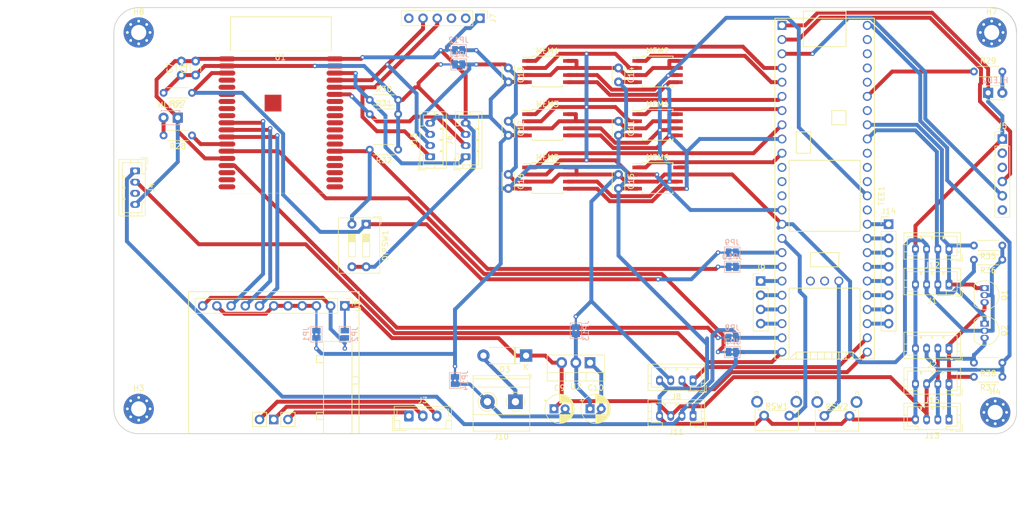
<source format=kicad_pcb>
(kicad_pcb (version 20171130) (host pcbnew 5.0.1+dfsg1-3)
  (layers (0 F.Cu signal) (31 B.Cu signal) (34 B.Paste user) (35 F.Paste user) (36 B.SilkS user) (37 F.SilkS user) (38 B.Mask user) (39 F.Mask user) (44 Edge.Cuts user))
  (net 0 "")
  (net 1 /T_GND)
  (net 2 /ESP_GND)
  (net 3 /ESP_3V3)
  (net 4 +5V)
  (net 5 GND)
  (net 6 +3V3)
  (net 7 /ESP_RST)
  (net 8 /ESP_D0)
  (net 9 "Net-(HLED1-Pad2)")
  (net 10 "Net-(HLED2-Pad2)")
  (net 11 /T_SDA)
  (net 12 /T_SCL)
  (net 13 /T_RX1)
  (net 14 /T_TX1)
  (net 15 /MEMCARD_CS1)
  (net 16 /MEMCARD_CS2)
  (net 17 /MEMCARD_CS3)
  (net 18 /MEMCARD_CS4)
  (net 19 /MEMCARD_MOSI)
  (net 20 /MEMCARD_MISO)
  (net 21 /MEMCARD_SCK)
  (net 22 /ESP_SCL)
  (net 23 /ESP_SDA)
  (net 24 /ESP_RX0)
  (net 25 /ESP_TX0)
  (net 26 /T_TX4)
  (net 27 /ESP_RX2)
  (net 28 /ESP_TX2)
  (net 29 /T_RX4)
  (net 30 "Net-(RSW1-Pad1)")
  (net 31 /T_PGM)
  (net 32 "Net-(JP9-Pad1)")
  (net 33 "Net-(JP10-Pad1)")
  (net 34 "Net-(D3-Pad2)")
  (net 35 /T_SCL5)
  (net 36 /T_SDA5)
  (net 37 "Net-(J3-Pad2)")
  (net 38 "Net-(R28-Pad1)")
  (net 39 "Net-(R29-Pad1)")
  (net 40 /MEMCARD_CS6)
  (net 41 /MEMCARD_CS5)
  (net 42 /TX5)
  (net 43 /RX5)
  (net 44 "Net-(U1-Pad10)")
  (net 45 "Net-(J3-Pad1)")
  (net 46 "Net-(J3-Pad3)")
  (net 47 /DAC_GND)
  (net 48 /DAC_3V3)
  (net 49 "Net-(U1-Pad11)")
  (net 50 "Net-(U1-Pad12)")
  (net 51 /T_3V3)
  (net 52 "Net-(J9-Pad1)")
  (net 53 "Net-(J9-Pad2)")
  (net 54 "Net-(J9-Pad3)")
  (net 55 "Net-(J9-Pad4)")
  (net 56 "Net-(J14-Pad1)")
  (net 57 "Net-(J14-Pad2)")
  (net 58 "Net-(J14-Pad3)")
  (net 59 "Net-(J14-Pad4)")
  (net 60 "Net-(J14-Pad5)")
  (net 61 "Net-(J14-Pad6)")
  (net 62 "Net-(J14-Pad7)")
  (net 63 "Net-(J14-Pad8)")
  (module Button_Switch_THT:SW_Tactile_SPST_Angled_PTS645Vx58-2LFS (layer F.Cu) (at 170.86 123.14 180)
    (fp_text reference RSW1 (at 2.25 1.68 180) (layer F.SilkS))
    (fp_text value E_PGM)
    (pad "" thru_hole circle (at -1.25 2.49 180) (size 2.1 2.1) (drill 1.3) (layers *.Cu *.Mask))
    (pad 1 thru_hole circle (at 0 0 180) (size 1.75 1.75) (drill 0.99) (layers *.Cu *.Mask) (net 30 "Net-(RSW1-Pad1)"))
    (pad 2 thru_hole circle (at 4.5 0 180) (size 1.75 1.75) (drill 0.99) (layers *.Cu *.Mask) (net 1 /T_GND))
    (pad "" thru_hole circle (at 5.76 2.49 180) (size 2.1 2.1) (drill 1.3) (layers *.Cu *.Mask))
  )
  (module Button_Switch_THT:SW_Tactile_SPST_Angled_PTS645Vx58-2LFS (layer F.Cu) (at 181.61 123.19 180)
    (fp_text reference RSW2 (at 2.25 1.68 180) (layer F.SilkS))
    (fp_text value T_PGM)
    (pad "" thru_hole circle (at 5.76 2.49 180) (size 2.1 2.1) (drill 1.3) (layers *.Cu *.Mask))
    (pad 2 thru_hole circle (at 4.5 0 180) (size 1.75 1.75) (drill 0.99) (layers *.Cu *.Mask) (net 31 /T_PGM))
    (pad 1 thru_hole circle (at 0 0 180) (size 1.75 1.75) (drill 0.99) (layers *.Cu *.Mask) (net 1 /T_GND))
    (pad "" thru_hole circle (at -1.25 2.49 180) (size 2.1 2.1) (drill 1.3) (layers *.Cu *.Mask))
  )
  (module teensy36-footprint:teensy36 (layer F.Cu) (at 177.165 83.82 270)
    (fp_text reference TEE1 (at 0 -10.16 270) (layer F.SilkS))
    (fp_text value Teensy3.6)
    (pad 17 thru_hole circle (at 10.16 7.62 270) (size 1.6 1.6) (drill 1.1) (layers *.Cu *.Mask) (net 32 "Net-(JP9-Pad1)"))
    (pad 18 thru_hole circle (at 12.7 7.62 270) (size 1.6 1.6) (drill 1.1) (layers *.Cu *.Mask) (net 33 "Net-(JP10-Pad1)"))
    (pad 19 thru_hole circle (at 15.24 7.62 270) (size 1.6 1.6) (drill 1.1) (layers *.Cu *.Mask) (net 52 "Net-(J9-Pad1)"))
    (pad 20 thru_hole circle (at 17.78 7.62 270) (size 1.6 1.6) (drill 1.1) (layers *.Cu *.Mask) (net 53 "Net-(J9-Pad2)"))
    (pad 16 thru_hole circle (at 7.62 7.62 270) (size 1.6 1.6) (drill 1.1) (layers *.Cu *.Mask) (net 30 "Net-(RSW1-Pad1)"))
    (pad 15 thru_hole circle (at 5.08 7.62 270) (size 1.6 1.6) (drill 1.1) (layers *.Cu *.Mask) (net 51 /T_3V3))
    (pad 14 thru_hole circle (at 2.54 7.62 270) (size 1.6 1.6) (drill 1.1) (layers *.Cu *.Mask) (net 20 /MEMCARD_MISO))
    (pad 21 thru_hole circle (at 20.32 7.62 270) (size 1.6 1.6) (drill 1.1) (layers *.Cu *.Mask) (net 54 "Net-(J9-Pad3)"))
    (pad 22 thru_hole circle (at 22.86 7.62 270) (size 1.6 1.6) (drill 1.1) (layers *.Cu *.Mask) (net 55 "Net-(J9-Pad4)"))
    (pad 23 thru_hole circle (at 25.4 7.62 270) (size 1.6 1.6) (drill 1.1) (layers *.Cu *.Mask) (net 29 /T_RX4))
    (pad 24 thru_hole circle (at 27.94 7.62 270) (size 1.6 1.6) (drill 1.1) (layers *.Cu *.Mask) (net 26 /T_TX4))
    (pad 25 thru_hole circle (at 27.94 -7.62) (size 1.6 1.6) (drill 1.1) (layers *.Cu *.Mask) (net 42 /TX5))
    (pad 26 thru_hole circle (at 25.4 -7.62) (size 1.6 1.6) (drill 1.1) (layers *.Cu *.Mask) (net 43 /RX5))
    (pad 27 thru_hole circle (at 22.86 -7.62) (size 1.6 1.6) (drill 1.1) (layers *.Cu *.Mask) (net 63 "Net-(J14-Pad8)"))
    (pad 28 thru_hole circle (at 20.32 -7.62) (size 1.6 1.6) (drill 1.1) (layers *.Cu *.Mask) (net 62 "Net-(J14-Pad7)"))
    (pad 29 thru_hole circle (at 17.78 -7.62) (size 1.6 1.6) (drill 1.1) (layers *.Cu *.Mask) (net 61 "Net-(J14-Pad6)"))
    (pad 30 thru_hole circle (at 15.24 -7.62 270) (size 1.6 1.6) (drill 1.1) (layers *.Cu *.Mask) (net 60 "Net-(J14-Pad5)"))
    (pad 31 thru_hole circle (at 12.7 -7.62 270) (size 1.6 1.6) (drill 1.1) (layers *.Cu *.Mask) (net 59 "Net-(J14-Pad4)"))
    (pad 32 thru_hole circle (at 10.16 -7.62 270) (size 1.6 1.6) (drill 1.1) (layers *.Cu *.Mask) (net 58 "Net-(J14-Pad3)"))
    (pad 33 thru_hole circle (at 7.62 -7.62 270) (size 1.6 1.6) (drill 1.1) (layers *.Cu *.Mask) (net 57 "Net-(J14-Pad2)"))
    (pad 34 thru_hole circle (at 5.08 -7.62 270) (size 1.6 1.6) (drill 1.1) (layers *.Cu *.Mask) (net 56 "Net-(J14-Pad1)"))
    (pad 35 thru_hole circle (at 2.54 -7.62 270) (size 1.6 1.6) (drill 1.1) (layers *.Cu *.Mask))
    (pad 36 thru_hole circle (at 0 -7.62 270) (size 1.6 1.6) (drill 1.1) (layers *.Cu *.Mask) (net 21 /MEMCARD_SCK))
    (pad 37 thru_hole circle (at -2.54 -7.62 270) (size 1.6 1.6) (drill 1.1) (layers *.Cu *.Mask))
    (pad 13 thru_hole circle (at 0 7.62 270) (size 1.6 1.6) (drill 1.1) (layers *.Cu *.Mask))
    (pad 12 thru_hole circle (at -2.54 7.62 270) (size 1.6 1.6) (drill 1.1) (layers *.Cu *.Mask))
    (pad 11 thru_hole circle (at -5.08 7.62 270) (size 1.6 1.6) (drill 1.1) (layers *.Cu *.Mask))
    (pad 10 thru_hole circle (at -7.62 7.62 270) (size 1.6 1.6) (drill 1.1) (layers *.Cu *.Mask) (net 40 /MEMCARD_CS6))
    (pad 9 thru_hole circle (at -10.16 7.62 270) (size 1.6 1.6) (drill 1.1) (layers *.Cu *.Mask) (net 19 /MEMCARD_MOSI))
    (pad 8 thru_hole circle (at -12.7 7.62 270) (size 1.6 1.6) (drill 1.1) (layers *.Cu *.Mask) (net 41 /MEMCARD_CS5))
    (pad 7 thru_hole circle (at -15.24 7.62 270) (size 1.6 1.6) (drill 1.1) (layers *.Cu *.Mask) (net 18 /MEMCARD_CS4))
    (pad 6 thru_hole circle (at -17.78 7.62 270) (size 1.6 1.6) (drill 1.1) (layers *.Cu *.Mask) (net 17 /MEMCARD_CS3))
    (pad 5 thru_hole circle (at -20.32 7.62 270) (size 1.6 1.6) (drill 1.1) (layers *.Cu *.Mask) (net 16 /MEMCARD_CS2))
    (pad 4 thru_hole circle (at -22.86 7.62 270) (size 1.6 1.6) (drill 1.1) (layers *.Cu *.Mask) (net 15 /MEMCARD_CS1))
    (pad 3 thru_hole circle (at -25.4 7.62 270) (size 1.6 1.6) (drill 1.1) (layers *.Cu *.Mask) (net 14 /T_TX1))
    (pad 2 thru_hole circle (at -27.94 7.62 270) (size 1.6 1.6) (drill 1.1) (layers *.Cu *.Mask) (net 13 /T_RX1))
    (pad 1 thru_hole rect (at -30.48 7.62 270) (size 1.6 1.6) (drill 1.1) (layers *.Cu *.Mask) (net 1 /T_GND))
    (pad 38 thru_hole circle (at -5.08 -7.62 270) (size 1.6 1.6) (drill 1.1) (layers *.Cu *.Mask))
    (pad 39 thru_hole circle (at -7.62 -7.62 270) (size 1.6 1.6) (drill 1.1) (layers *.Cu *.Mask))
    (pad 40 thru_hole circle (at -10.16 -7.62 270) (size 1.6 1.6) (drill 1.1) (layers *.Cu *.Mask) (net 11 /T_SDA))
    (pad 41 thru_hole circle (at -12.7 -7.62 270) (size 1.6 1.6) (drill 1.1) (layers *.Cu *.Mask) (net 12 /T_SCL))
    (pad 42 thru_hole circle (at -15.24 -7.62 270) (size 1.6 1.6) (drill 1.1) (layers *.Cu *.Mask))
    (pad 43 thru_hole circle (at -17.78 -7.62 270) (size 1.6 1.6) (drill 1.1) (layers *.Cu *.Mask) (net 39 "Net-(R29-Pad1)"))
    (pad 44 thru_hole circle (at -20.32 -7.62 270) (size 1.6 1.6) (drill 1.1) (layers *.Cu *.Mask))
    (pad 45 thru_hole circle (at -22.86 -7.62 270) (size 1.6 1.6) (drill 1.1) (layers *.Cu *.Mask))
    (pad 46 thru_hole circle (at -25.4 -7.62 270) (size 1.6 1.6) (drill 1.1) (layers *.Cu *.Mask))
    (pad 47 thru_hole circle (at -27.94 -7.62 270) (size 1.6 1.6) (drill 1.1) (layers *.Cu *.Mask))
    (pad 48 thru_hole circle (at -30.48 -7.62 270) (size 1.6 1.6) (drill 1.1) (layers *.Cu *.Mask) (net 4 +5V))
    (pad 49 thru_hole circle (at 15.24 2.54 180) (size 1.6 1.6) (drill 1.1) (layers *.Cu *.Mask))
    (pad 50 thru_hole circle (at 15.24 0 180) (size 1.6 1.6) (drill 1.1) (layers *.Cu *.Mask))
    (pad 51 thru_hole circle (at 15.24 -2.54 180) (size 1.6 1.6) (drill 1.1) (layers *.Cu *.Mask) (net 31 /T_PGM))
  )
  (module Jumper:SolderJumper-2_P1.3mm_Bridged2Bar_Pad1.0x1.5mm (layer B.Cu) (at 160.655 109.22 180)
    (fp_text reference JP8 (at 0 1.8 180) (layer B.SilkS) (effects (justify mirror)))
    (fp_text value J_ESP_TX2)
    (pad 2 smd rect (at 0.65 0 180) (size 1 1.5) (layers B.Cu B.Mask) (net 28 /ESP_TX2))
    (pad 1 smd custom (at -0.65 0 180) (size 1 1.5) (layers B.Cu B.Mask) (net 29 /T_RX4) (options (clearance outline) (anchor rect)) (primitives (gr_poly (pts (xy 0.4 -0.2) (xy 0.9 -0.2) (xy 0.9 -0.6) (xy 0.4 -0.6)) (width 0)) (gr_poly (pts (xy 0.4 0.6) (xy 0.9 0.6) (xy 0.9 0.2) (xy 0.4 0.2)) (width 0))))
  )
  (module Jumper:SolderJumper-2_P1.3mm_Bridged2Bar_Pad1.0x1.5mm (layer B.Cu) (at 160.655 111.76 180)
    (fp_text reference JP7 (at 0 1.8 180) (layer B.SilkS) (effects (justify mirror)))
    (fp_text value J_ESP_RX2)
    (pad 2 smd rect (at 0.65 0 180) (size 1 1.5) (layers B.Cu B.Mask) (net 27 /ESP_RX2))
    (pad 1 smd custom (at -0.65 0 180) (size 1 1.5) (layers B.Cu B.Mask) (net 26 /T_TX4) (options (clearance outline) (anchor rect)) (primitives (gr_poly (pts (xy 0.4 -0.2) (xy 0.9 -0.2) (xy 0.9 -0.6) (xy 0.4 -0.6)) (width 0)) (gr_poly (pts (xy 0.4 0.6) (xy 0.9 0.6) (xy 0.9 0.2) (xy 0.4 0.2)) (width 0))))
  )
  (module LED_THT:LED_D1.8mm_W3.3mm_H2.4mm (layer F.Cu) (at 206.375 65.405)
    (fp_text reference HLED2 (at 1.27 -2.26) (layer B.SilkS) (effects (justify mirror)))
    (fp_text value T_HEARTBEAT)
    (pad 1 thru_hole rect (at 0 0) (size 1.8 1.8) (drill 0.9) (layers *.Cu *.Mask) (net 1 /T_GND))
    (pad 2 thru_hole circle (at 2.54 0) (size 1.8 1.8) (drill 0.9) (layers *.Cu *.Mask) (net 10 "Net-(HLED2-Pad2)"))
  )
  (module LED_THT:LED_D1.8mm_W3.3mm_H2.4mm (layer B.Cu) (at 61.595 69.85 180)
    (fp_text reference HLED1 (at 1.27 2.26 180) (layer F.SilkS))
    (fp_text value E_HEARTBEAT)
    (pad 2 thru_hole circle (at 2.54 0 180) (size 1.8 1.8) (drill 0.9) (layers *.Cu *.Mask) (net 9 "Net-(HLED1-Pad2)"))
    (pad 1 thru_hole rect (at 0 0 180) (size 1.8 1.8) (drill 0.9) (layers *.Cu *.Mask) (net 2 /ESP_GND))
  )
  (module Button_Switch_THT:SW_DIP_SPSTx02_Slide_9.78x7.26mm_W7.62mm_P2.54mm (layer F.Cu) (at 95.25 88.9 270)
    (fp_text reference DIPSW1 (at 3.81 -3.42 270) (layer F.SilkS))
    (fp_text value E_BOOTOPTS)
    (pad 1 thru_hole rect (at 0 0 270) (size 1.6 1.6) (drill 0.8) (layers *.Cu *.Mask) (net 7 /ESP_RST))
    (pad 3 thru_hole oval (at 7.62 2.54 270) (size 1.6 1.6) (drill 0.8) (layers *.Cu *.Mask) (net 2 /ESP_GND))
    (pad 2 thru_hole oval (at 0 2.54 270) (size 1.6 1.6) (drill 0.8) (layers *.Cu *.Mask) (net 8 /ESP_D0))
    (pad 4 thru_hole oval (at 7.62 0 270) (size 1.6 1.6) (drill 0.8) (layers *.Cu *.Mask) (net 2 /ESP_GND))
  )
  (module esp32-wrover:ESP32-WROVER (layer F.Cu) (at 80.01 58.42)
    (fp_text reference U1 (at -0.1 0.62) (layer F.SilkS))
    (fp_text value ESP32-WROVER hide)
    (pad 39 smd rect (at -1.4 8.82) (size 3 3) (layers F.Cu F.Paste F.Mask))
    (pad 1 smd oval (at -9.635 0.91) (size 3 0.9) (layers F.Cu F.Paste F.Mask) (net 2 /ESP_GND))
    (pad 2 smd oval (at -9.635 2.18) (size 3 0.9) (layers F.Cu F.Paste F.Mask) (net 3 /ESP_3V3))
    (pad 3 smd oval (at -9.635 3.45) (size 3 0.9) (layers F.Cu F.Paste F.Mask) (net 7 /ESP_RST))
    (pad 4 smd oval (at -9.635 4.72) (size 3 0.9) (layers F.Cu F.Paste F.Mask))
    (pad 5 smd oval (at -9.635 5.99) (size 3 0.9) (layers F.Cu F.Paste F.Mask))
    (pad 6 smd oval (at -9.635 7.26) (size 3 0.9) (layers F.Cu F.Paste F.Mask))
    (pad 7 smd oval (at -9.635 8.53) (size 3 0.9) (layers F.Cu F.Paste F.Mask))
    (pad 8 smd oval (at -9.635 9.8) (size 3 0.9) (layers F.Cu F.Paste F.Mask))
    (pad 9 smd oval (at -9.635 11.07) (size 3 0.9) (layers F.Cu F.Paste F.Mask))
    (pad 10 smd oval (at -9.635 12.34) (size 3 0.9) (layers F.Cu F.Paste F.Mask) (net 44 "Net-(U1-Pad10)"))
    (pad 11 smd oval (at -9.635 13.61) (size 3 0.9) (layers F.Cu F.Paste F.Mask) (net 49 "Net-(U1-Pad11)"))
    (pad 12 smd oval (at -9.635 14.88) (size 3 0.9) (layers F.Cu F.Paste F.Mask) (net 50 "Net-(U1-Pad12)"))
    (pad 13 smd oval (at -9.635 16.15) (size 3 0.9) (layers F.Cu F.Paste F.Mask) (net 38 "Net-(R28-Pad1)"))
    (pad 14 smd oval (at -9.635 17.42) (size 3 0.9) (layers F.Cu F.Paste F.Mask) (net 27 /ESP_RX2))
    (pad 15 smd oval (at -9.635 18.72) (size 3 0.9) (layers F.Cu F.Paste F.Mask) (net 2 /ESP_GND))
    (pad 16 smd oval (at -9.635 19.99) (size 3 0.9) (layers F.Cu F.Paste F.Mask) (net 28 /ESP_TX2))
    (pad 17 smd oval (at -9.635 21.26) (size 3 0.9) (layers F.Cu F.Paste F.Mask))
    (pad 18 smd oval (at -9.635 22.53) (size 3 0.9) (layers F.Cu F.Paste F.Mask))
    (pad 19 smd oval (at -9.635 23.8) (size 3 0.9) (layers F.Cu F.Paste F.Mask))
    (pad 20 smd oval (at 9.635 23.8) (size 3 0.9) (layers F.Cu F.Paste F.Mask))
    (pad 21 smd oval (at 9.635 22.53) (size 3 0.9) (layers F.Cu F.Paste F.Mask))
    (pad 22 smd oval (at 9.635 21.26) (size 3 0.9) (layers F.Cu F.Paste F.Mask))
    (pad 23 smd oval (at 9.635 19.99) (size 3 0.9) (layers F.Cu F.Paste F.Mask))
    (pad 24 smd oval (at 9.635 18.72) (size 3 0.9) (layers F.Cu F.Paste F.Mask))
    (pad 25 smd oval (at 9.665 17.42) (size 3 0.9) (layers F.Cu F.Paste F.Mask) (net 8 /ESP_D0))
    (pad 26 smd oval (at 9.665 16.15) (size 3 0.9) (layers F.Cu F.Paste F.Mask))
    (pad 27 smd oval (at 9.665 14.88) (size 3 0.9) (layers F.Cu F.Paste F.Mask))
    (pad 28 smd oval (at 9.665 13.61) (size 3 0.9) (layers F.Cu F.Paste F.Mask))
    (pad 29 smd oval (at 9.665 12.34) (size 3 0.9) (layers F.Cu F.Paste F.Mask))
    (pad 30 smd oval (at 9.665 11.07) (size 3 0.9) (layers F.Cu F.Paste F.Mask))
    (pad 31 smd oval (at 9.665 9.8) (size 3 0.9) (layers F.Cu F.Paste F.Mask))
    (pad 32 smd oval (at 9.665 8.53) (size 3 0.9) (layers F.Cu F.Paste F.Mask))
    (pad 33 smd oval (at 9.665 7.26) (size 3 0.9) (layers F.Cu F.Paste F.Mask) (net 23 /ESP_SDA))
    (pad 34 smd oval (at 9.665 5.99) (size 3 0.9) (layers F.Cu F.Paste F.Mask) (net 24 /ESP_RX0))
    (pad 35 smd oval (at 9.665 4.72) (size 3 0.9) (layers F.Cu F.Paste F.Mask) (net 25 /ESP_TX0))
    (pad 36 smd oval (at 9.665 3.45) (size 3 0.9) (layers F.Cu F.Paste F.Mask) (net 22 /ESP_SCL))
    (pad 37 smd oval (at 9.665 2.18) (size 3 0.9) (layers F.Cu F.Paste F.Mask))
    (pad 38 smd oval (at 9.665 0.91) (size 3 0.9) (layers F.Cu F.Paste F.Mask) (net 2 /ESP_GND))
  )
  (module Capacitor_THT:C_Disc_D3.0mm_W2.0mm_P2.50mm (layer F.Cu) (at 140.335 70.485 270)
    (fp_text reference C11 (at 1.25 -2.25 270) (layer F.SilkS))
    (fp_text value C_Small)
    (pad 1 thru_hole circle (at 0 0 270) (size 1.6 1.6) (drill 0.8) (layers *.Cu *.Mask) (net 51 /T_3V3))
    (pad 2 thru_hole circle (at 2.5 0 270) (size 1.6 1.6) (drill 0.8) (layers *.Cu *.Mask) (net 1 /T_GND))
  )
  (module Capacitor_THT:C_Disc_D3.0mm_W2.0mm_P2.50mm (layer F.Cu) (at 120.65 70.485 270)
    (fp_text reference C12 (at 1.25 -2.25 270) (layer F.SilkS))
    (fp_text value C_Small)
    (pad 1 thru_hole circle (at 0 0 270) (size 1.6 1.6) (drill 0.8) (layers *.Cu *.Mask) (net 51 /T_3V3))
    (pad 2 thru_hole circle (at 2.5 0 270) (size 1.6 1.6) (drill 0.8) (layers *.Cu *.Mask) (net 1 /T_GND))
  )
  (module Capacitor_THT:C_Disc_D3.0mm_W2.0mm_P2.50mm (layer F.Cu) (at 120.65 60.96 270)
    (fp_text reference C13 (at 1.25 -2.25 270) (layer F.SilkS))
    (fp_text value C_Small)
    (pad 1 thru_hole circle (at 0 0 270) (size 1.6 1.6) (drill 0.8) (layers *.Cu *.Mask) (net 51 /T_3V3))
    (pad 2 thru_hole circle (at 2.5 0 270) (size 1.6 1.6) (drill 0.8) (layers *.Cu *.Mask) (net 1 /T_GND))
  )
  (module Capacitor_THT:C_Disc_D3.0mm_W2.0mm_P2.50mm (layer F.Cu) (at 140.335 60.96 270)
    (fp_text reference C14 (at 1.25 -2.25 270) (layer F.SilkS))
    (fp_text value C_Small)
    (pad 2 thru_hole circle (at 2.5 0 270) (size 1.6 1.6) (drill 0.8) (layers *.Cu *.Mask) (net 1 /T_GND))
    (pad 1 thru_hole circle (at 0 0 270) (size 1.6 1.6) (drill 0.8) (layers *.Cu *.Mask) (net 51 /T_3V3))
  )
  (module Diode_THT:D_DO-41_SOD81_P7.62mm_Horizontal (layer F.Cu) (at 123.825 112.395 180)
    (fp_text reference D3 (at 3.81 -2.47 180) (layer F.SilkS))
    (fp_text value D)
    (fp_text user K (at 0 -2.1 180) (layer F.SilkS))
    (pad 1 thru_hole rect (at 0 0 180) (size 2.2 2.2) (drill 1.1) (layers *.Cu *.Mask) (net 4 +5V))
    (pad 2 thru_hole oval (at 7.62 0 180) (size 2.2 2.2) (drill 1.1) (layers *.Cu *.Mask) (net 34 "Net-(D3-Pad2)"))
  )
  (module MountingHole:MountingHole_2.7mm_M2.5_Pad_Via (layer F.Cu) (at 54.61 121.92)
    (fp_text reference H3 (at 0 -3.7) (layer F.SilkS))
    (fp_text value MountingHole)
    (pad 1 thru_hole circle (at 0 0) (size 5.4 5.4) (drill 2.7) (layers *.Cu *.Mask))
    (pad 1 thru_hole circle (at 2.025 0) (size 0.8 0.8) (drill 0.5) (layers *.Cu *.Mask))
    (pad 1 thru_hole circle (at 1.431891 1.431891) (size 0.8 0.8) (drill 0.5) (layers *.Cu *.Mask))
    (pad 1 thru_hole circle (at 0 2.025) (size 0.8 0.8) (drill 0.5) (layers *.Cu *.Mask))
    (pad 1 thru_hole circle (at -1.431891 1.431891) (size 0.8 0.8) (drill 0.5) (layers *.Cu *.Mask))
    (pad 1 thru_hole circle (at -2.025 0) (size 0.8 0.8) (drill 0.5) (layers *.Cu *.Mask))
    (pad 1 thru_hole circle (at -1.431891 -1.431891) (size 0.8 0.8) (drill 0.5) (layers *.Cu *.Mask))
    (pad 1 thru_hole circle (at 0 -2.025) (size 0.8 0.8) (drill 0.5) (layers *.Cu *.Mask))
    (pad 1 thru_hole circle (at 1.431891 -1.431891) (size 0.8 0.8) (drill 0.5) (layers *.Cu *.Mask))
  )
  (module MountingHole:MountingHole_2.7mm_M2.5_Pad_Via (layer F.Cu) (at 207.645 122.555)
    (fp_text reference H4 (at 0 -3.7) (layer F.SilkS))
    (fp_text value MountingHole)
    (pad 1 thru_hole circle (at 1.431891 -1.431891) (size 0.8 0.8) (drill 0.5) (layers *.Cu *.Mask))
    (pad 1 thru_hole circle (at 0 -2.025) (size 0.8 0.8) (drill 0.5) (layers *.Cu *.Mask))
    (pad 1 thru_hole circle (at -1.431891 -1.431891) (size 0.8 0.8) (drill 0.5) (layers *.Cu *.Mask))
    (pad 1 thru_hole circle (at -2.025 0) (size 0.8 0.8) (drill 0.5) (layers *.Cu *.Mask))
    (pad 1 thru_hole circle (at -1.431891 1.431891) (size 0.8 0.8) (drill 0.5) (layers *.Cu *.Mask))
    (pad 1 thru_hole circle (at 0 2.025) (size 0.8 0.8) (drill 0.5) (layers *.Cu *.Mask))
    (pad 1 thru_hole circle (at 1.431891 1.431891) (size 0.8 0.8) (drill 0.5) (layers *.Cu *.Mask))
    (pad 1 thru_hole circle (at 2.025 0) (size 0.8 0.8) (drill 0.5) (layers *.Cu *.Mask))
    (pad 1 thru_hole circle (at 0 0) (size 5.4 5.4) (drill 2.7) (layers *.Cu *.Mask))
  )
  (module Jumper:SolderJumper-2_P1.3mm_Bridged2Bar_Pad1.0x1.5mm (layer B.Cu) (at 111.76 57.785 180)
    (fp_text reference JP12 (at 0 1.8 180) (layer B.SilkS) (effects (justify mirror)))
    (fp_text value Jumper_2_Bridged)
    (pad 1 smd custom (at -0.65 0 180) (size 1 1.5) (layers B.Cu B.Mask) (net 1 /T_GND) (options (clearance outline) (anchor rect)) (primitives (gr_poly (pts (xy 0.4 -0.2) (xy 0.9 -0.2) (xy 0.9 -0.6) (xy 0.4 -0.6)) (width 0)) (gr_poly (pts (xy 0.4 0.6) (xy 0.9 0.6) (xy 0.9 0.2) (xy 0.4 0.2)) (width 0))))
    (pad 2 smd rect (at 0.65 0 180) (size 1 1.5) (layers B.Cu B.Mask) (net 2 /ESP_GND))
  )
  (module Capacitor_THT:C_Disc_D3.0mm_W2.0mm_P2.50mm (layer F.Cu) (at 120.65 80.01 270)
    (fp_text reference C16 (at 1.25 -2.25 270) (layer F.SilkS))
    (fp_text value C_Small)
    (pad 2 thru_hole circle (at 2.5 0 270) (size 1.6 1.6) (drill 0.8) (layers *.Cu *.Mask) (net 1 /T_GND))
    (pad 1 thru_hole circle (at 0 0 270) (size 1.6 1.6) (drill 0.8) (layers *.Cu *.Mask) (net 51 /T_3V3))
  )
  (module Connector_JST:JST_PH_B4B-PH-K_1x04_P2.00mm_Vertical (layer F.Cu) (at 199.39 111.125 180)
    (fp_text reference J2 (at 3 -2.9 180) (layer F.SilkS))
    (fp_text value T_I2C0_5V)
    (pad 1 thru_hole roundrect (at 0 0 180) (size 1.2 1.75) (drill 0.75) (layers *.Cu *.Mask) (roundrect_rratio 0.208333) (net 35 /T_SCL5))
    (pad 2 thru_hole oval (at 2 0 180) (size 1.2 1.75) (drill 0.75) (layers *.Cu *.Mask) (net 36 /T_SDA5))
    (pad 3 thru_hole oval (at 4 0 180) (size 1.2 1.75) (drill 0.75) (layers *.Cu *.Mask) (net 4 +5V))
    (pad 4 thru_hole oval (at 6 0 180) (size 1.2 1.75) (drill 0.75) (layers *.Cu *.Mask) (net 1 /T_GND))
  )
  (module Package_TO_SOT_THT:TO-220-3_Vertical (layer F.Cu) (at 135.255 113.665 180)
    (fp_text reference U2 (at 2.54 -4.27 180) (layer F.SilkS))
    (fp_text value AZ1117-3.3)
    (pad 1 thru_hole rect (at 0 0 180) (size 1.905 2) (drill 1.1) (layers *.Cu *.Mask) (net 5 GND))
    (pad 2 thru_hole oval (at 2.54 0 180) (size 1.905 2) (drill 1.1) (layers *.Cu *.Mask) (net 6 +3V3))
    (pad 3 thru_hole oval (at 5.08 0 180) (size 1.905 2) (drill 1.1) (layers *.Cu *.Mask) (net 4 +5V))
  )
  (module Capacitor_THT:C_Disc_D3.0mm_W1.6mm_P2.50mm (layer F.Cu) (at 62.23 62.23 90)
    (fp_text reference C7 (at 1.25 -2.05 90) (layer F.SilkS))
    (fp_text value C)
    (pad 1 thru_hole circle (at 0 0 90) (size 1.6 1.6) (drill 0.8) (layers *.Cu *.Mask) (net 3 /ESP_3V3))
    (pad 2 thru_hole circle (at 2.5 0 90) (size 1.6 1.6) (drill 0.8) (layers *.Cu *.Mask) (net 2 /ESP_GND))
  )
  (module Capacitor_THT:C_Disc_D3.0mm_W1.6mm_P2.50mm (layer F.Cu) (at 64.77 62.23 90)
    (fp_text reference C8 (at 1.25 -2.05 90) (layer F.SilkS))
    (fp_text value C)
    (pad 2 thru_hole circle (at 2.5 0 90) (size 1.6 1.6) (drill 0.8) (layers *.Cu *.Mask) (net 2 /ESP_GND))
    (pad 1 thru_hole circle (at 0 0 90) (size 1.6 1.6) (drill 0.8) (layers *.Cu *.Mask) (net 3 /ESP_3V3))
  )
  (module Capacitor_THT:CP_Radial_D5.0mm_P2.00mm (layer F.Cu) (at 128.81 121.92)
    (fp_text reference C9 (at 1 -3.75) (layer F.SilkS))
    (fp_text value 10uF)
    (pad 1 thru_hole rect (at 0 0) (size 1.6 1.6) (drill 0.8) (layers *.Cu *.Mask) (net 4 +5V))
    (pad 2 thru_hole circle (at 2 0) (size 1.6 1.6) (drill 0.8) (layers *.Cu *.Mask) (net 5 GND))
  )
  (module Capacitor_THT:CP_Radial_D5.0mm_P2.00mm (layer F.Cu) (at 135.255 121.92)
    (fp_text reference C10 (at 1 -3.75) (layer F.SilkS))
    (fp_text value 100uF)
    (pad 2 thru_hole circle (at 2 0) (size 1.6 1.6) (drill 0.8) (layers *.Cu *.Mask) (net 5 GND))
    (pad 1 thru_hole rect (at 0 0) (size 1.6 1.6) (drill 0.8) (layers *.Cu *.Mask) (net 6 +3V3))
  )
  (module MountingHole:MountingHole_2.7mm_M2.5_Pad_Via (layer F.Cu) (at 207.01 54.61)
    (fp_text reference H7 (at 0 -3.7) (layer F.SilkS))
    (fp_text value MountingHole)
    (pad 1 thru_hole circle (at 1.431891 -1.431891) (size 0.8 0.8) (drill 0.5) (layers *.Cu *.Mask))
    (pad 1 thru_hole circle (at 0 -2.025) (size 0.8 0.8) (drill 0.5) (layers *.Cu *.Mask))
    (pad 1 thru_hole circle (at -1.431891 -1.431891) (size 0.8 0.8) (drill 0.5) (layers *.Cu *.Mask))
    (pad 1 thru_hole circle (at -2.025 0) (size 0.8 0.8) (drill 0.5) (layers *.Cu *.Mask))
    (pad 1 thru_hole circle (at -1.431891 1.431891) (size 0.8 0.8) (drill 0.5) (layers *.Cu *.Mask))
    (pad 1 thru_hole circle (at 0 2.025) (size 0.8 0.8) (drill 0.5) (layers *.Cu *.Mask))
    (pad 1 thru_hole circle (at 1.431891 1.431891) (size 0.8 0.8) (drill 0.5) (layers *.Cu *.Mask))
    (pad 1 thru_hole circle (at 2.025 0) (size 0.8 0.8) (drill 0.5) (layers *.Cu *.Mask))
    (pad 1 thru_hole circle (at 0 0) (size 5.4 5.4) (drill 2.7) (layers *.Cu *.Mask))
  )
  (module MountingHole:MountingHole_2.7mm_M2.5_Pad_Via (layer F.Cu) (at 54.61 54.61)
    (fp_text reference H8 (at 0 -3.7) (layer F.SilkS))
    (fp_text value MountingHole)
    (pad 1 thru_hole circle (at 0 0) (size 5.4 5.4) (drill 2.7) (layers *.Cu *.Mask))
    (pad 1 thru_hole circle (at 2.025 0) (size 0.8 0.8) (drill 0.5) (layers *.Cu *.Mask))
    (pad 1 thru_hole circle (at 1.431891 1.431891) (size 0.8 0.8) (drill 0.5) (layers *.Cu *.Mask))
    (pad 1 thru_hole circle (at 0 2.025) (size 0.8 0.8) (drill 0.5) (layers *.Cu *.Mask))
    (pad 1 thru_hole circle (at -1.431891 1.431891) (size 0.8 0.8) (drill 0.5) (layers *.Cu *.Mask))
    (pad 1 thru_hole circle (at -2.025 0) (size 0.8 0.8) (drill 0.5) (layers *.Cu *.Mask))
    (pad 1 thru_hole circle (at -1.431891 -1.431891) (size 0.8 0.8) (drill 0.5) (layers *.Cu *.Mask))
    (pad 1 thru_hole circle (at 0 -2.025) (size 0.8 0.8) (drill 0.5) (layers *.Cu *.Mask))
    (pad 1 thru_hole circle (at 1.431891 -1.431891) (size 0.8 0.8) (drill 0.5) (layers *.Cu *.Mask))
  )
  (module Connector_JST:JST_PH_B4B-PH-K_1x04_P2.00mm_Vertical (layer F.Cu) (at 199.39 99.695 180)
    (fp_text reference J1 (at 3 -2.9 180) (layer F.SilkS))
    (fp_text value T_I2C0_3V)
    (pad 4 thru_hole oval (at 6 0 180) (size 1.2 1.75) (drill 0.75) (layers *.Cu *.Mask) (net 1 /T_GND))
    (pad 3 thru_hole oval (at 4 0 180) (size 1.2 1.75) (drill 0.75) (layers *.Cu *.Mask) (net 51 /T_3V3))
    (pad 2 thru_hole oval (at 2 0 180) (size 1.2 1.75) (drill 0.75) (layers *.Cu *.Mask) (net 11 /T_SDA))
    (pad 1 thru_hole roundrect (at 0 0 180) (size 1.2 1.75) (drill 0.75) (layers *.Cu *.Mask) (roundrect_rratio 0.208333) (net 12 /T_SCL))
  )
  (module Connector_PinHeader_2.54mm:PinHeader_1x06_P2.54mm_Vertical (layer F.Cu) (at 208.915 73.66)
    (fp_text reference J5 (at 0 -2.33) (layer F.SilkS))
    (fp_text value T_UART0)
    (pad 6 thru_hole oval (at 0 12.7) (size 1.7 1.7) (drill 1) (layers *.Cu *.Mask))
    (pad 5 thru_hole oval (at 0 10.16) (size 1.7 1.7) (drill 1) (layers *.Cu *.Mask) (net 14 /T_TX1))
    (pad 4 thru_hole oval (at 0 7.62) (size 1.7 1.7) (drill 1) (layers *.Cu *.Mask) (net 13 /T_RX1))
    (pad 3 thru_hole oval (at 0 5.08) (size 1.7 1.7) (drill 1) (layers *.Cu *.Mask))
    (pad 2 thru_hole oval (at 0 2.54) (size 1.7 1.7) (drill 1) (layers *.Cu *.Mask))
    (pad 1 thru_hole rect (at 0 0) (size 1.7 1.7) (drill 1) (layers *.Cu *.Mask) (net 1 /T_GND))
  )
  (module Connector_JST:JST_PH_B4B-PH-K_1x04_P2.00mm_Vertical (layer F.Cu) (at 113.03 76.835 90)
    (fp_text reference J6 (at 3 -2.9 90) (layer F.SilkS))
    (fp_text value E_I2C0)
    (pad 1 thru_hole roundrect (at 0 0 90) (size 1.2 1.75) (drill 0.75) (layers *.Cu *.Mask) (roundrect_rratio 0.208333) (net 22 /ESP_SCL))
    (pad 2 thru_hole oval (at 2 0 90) (size 1.2 1.75) (drill 0.75) (layers *.Cu *.Mask) (net 23 /ESP_SDA))
    (pad 3 thru_hole oval (at 4 0 90) (size 1.2 1.75) (drill 0.75) (layers *.Cu *.Mask) (net 3 /ESP_3V3))
    (pad 4 thru_hole oval (at 6 0 90) (size 1.2 1.75) (drill 0.75) (layers *.Cu *.Mask) (net 2 /ESP_GND))
  )
  (module Connector_PinHeader_2.54mm:PinHeader_1x06_P2.54mm_Vertical (layer F.Cu) (at 115.57 52.07 270)
    (fp_text reference J7 (at 0 -2.33 270) (layer F.SilkS))
    (fp_text value E_UART0)
    (pad 1 thru_hole rect (at 0 0 270) (size 1.7 1.7) (drill 1) (layers *.Cu *.Mask) (net 2 /ESP_GND))
    (pad 2 thru_hole oval (at 0 2.54 270) (size 1.7 1.7) (drill 1) (layers *.Cu *.Mask))
    (pad 3 thru_hole oval (at 0 5.08 270) (size 1.7 1.7) (drill 1) (layers *.Cu *.Mask))
    (pad 4 thru_hole oval (at 0 7.62 270) (size 1.7 1.7) (drill 1) (layers *.Cu *.Mask) (net 24 /ESP_RX0))
    (pad 5 thru_hole oval (at 0 10.16 270) (size 1.7 1.7) (drill 1) (layers *.Cu *.Mask) (net 25 /ESP_TX0))
    (pad 6 thru_hole oval (at 0 12.7 270) (size 1.7 1.7) (drill 1) (layers *.Cu *.Mask))
  )
  (module Connector_JST:JST_PH_B4B-PH-K_1x04_P2.00mm_Vertical (layer F.Cu) (at 153.67 116.84 180)
    (fp_text reference J8 (at 3 -2.9 180) (layer F.SilkS))
    (fp_text value T_UART5)
    (pad 4 thru_hole oval (at 6 0 180) (size 1.2 1.75) (drill 0.75) (layers *.Cu *.Mask) (net 1 /T_GND))
    (pad 3 thru_hole oval (at 4 0 180) (size 1.2 1.75) (drill 0.75) (layers *.Cu *.Mask) (net 51 /T_3V3))
    (pad 2 thru_hole oval (at 2 0 180) (size 1.2 1.75) (drill 0.75) (layers *.Cu *.Mask) (net 42 /TX5))
    (pad 1 thru_hole roundrect (at 0 0 180) (size 1.2 1.75) (drill 0.75) (layers *.Cu *.Mask) (roundrect_rratio 0.208333) (net 43 /RX5))
  )
  (module TerminalBlock_Phoenix:TerminalBlock_Phoenix_MKDS-1,5-2_1x02_P5.00mm_Horizontal (layer F.Cu) (at 121.92 120.65 180)
    (fp_text reference J10 (at 2.5 -6.26 180) (layer F.SilkS))
    (fp_text value ++5V_IN)
    (pad 1 thru_hole rect (at 0 0 180) (size 2.6 2.6) (drill 1.3) (layers *.Cu *.Mask) (net 34 "Net-(D3-Pad2)"))
    (pad 2 thru_hole circle (at 5 0 180) (size 2.6 2.6) (drill 1.3) (layers *.Cu *.Mask) (net 5 GND))
  )
  (module Connector_JST:JST_PH_B4B-PH-K_1x04_P2.00mm_Vertical (layer F.Cu) (at 199.39 93.345 180)
    (fp_text reference J12 (at 3 -2.9 180) (layer F.SilkS))
    (fp_text value T_I2C0_3V)
    (pad 1 thru_hole roundrect (at 0 0 180) (size 1.2 1.75) (drill 0.75) (layers *.Cu *.Mask) (roundrect_rratio 0.208333) (net 12 /T_SCL))
    (pad 2 thru_hole oval (at 2 0 180) (size 1.2 1.75) (drill 0.75) (layers *.Cu *.Mask) (net 11 /T_SDA))
    (pad 3 thru_hole oval (at 4 0 180) (size 1.2 1.75) (drill 0.75) (layers *.Cu *.Mask) (net 51 /T_3V3))
    (pad 4 thru_hole oval (at 6 0 180) (size 1.2 1.75) (drill 0.75) (layers *.Cu *.Mask) (net 1 /T_GND))
  )
  (module Connector_JST:JST_PH_B4B-PH-K_1x04_P2.00mm_Vertical (layer F.Cu) (at 199.39 123.825 180)
    (fp_text reference J13 (at 3 -2.9 180) (layer F.SilkS))
    (fp_text value T_I2C0_5V)
    (pad 4 thru_hole oval (at 6 0 180) (size 1.2 1.75) (drill 0.75) (layers *.Cu *.Mask) (net 1 /T_GND))
    (pad 3 thru_hole oval (at 4 0 180) (size 1.2 1.75) (drill 0.75) (layers *.Cu *.Mask) (net 4 +5V))
    (pad 2 thru_hole oval (at 2 0 180) (size 1.2 1.75) (drill 0.75) (layers *.Cu *.Mask) (net 36 /T_SDA5))
    (pad 1 thru_hole roundrect (at 0 0 180) (size 1.2 1.75) (drill 0.75) (layers *.Cu *.Mask) (roundrect_rratio 0.208333) (net 35 /T_SCL5))
  )
  (module Jumper:SolderJumper-2_P1.3mm_Bridged2Bar_Pad1.0x1.5mm (layer B.Cu) (at 160.655 93.98 180)
    (fp_text reference JP9 (at 0 1.8 180) (layer B.SilkS) (effects (justify mirror)))
    (fp_text value J_ESP_RST)
    (pad 1 smd custom (at -0.65 0 180) (size 1 1.5) (layers B.Cu B.Mask) (net 32 "Net-(JP9-Pad1)") (options (clearance outline) (anchor rect)) (primitives (gr_poly (pts (xy 0.4 -0.2) (xy 0.9 -0.2) (xy 0.9 -0.6) (xy 0.4 -0.6)) (width 0)) (gr_poly (pts (xy 0.4 0.6) (xy 0.9 0.6) (xy 0.9 0.2) (xy 0.4 0.2)) (width 0))))
    (pad 2 smd rect (at 0.65 0 180) (size 1 1.5) (layers B.Cu B.Mask) (net 7 /ESP_RST))
  )
  (module Jumper:SolderJumper-2_P1.3mm_Bridged2Bar_Pad1.0x1.5mm (layer B.Cu) (at 160.655 96.52 180)
    (fp_text reference JP10 (at 0 1.8 180) (layer B.SilkS) (effects (justify mirror)))
    (fp_text value J_ESP_D0)
    (pad 2 smd rect (at 0.65 0 180) (size 1 1.5) (layers B.Cu B.Mask) (net 8 /ESP_D0))
    (pad 1 smd custom (at -0.65 0 180) (size 1 1.5) (layers B.Cu B.Mask) (net 33 "Net-(JP10-Pad1)") (options (clearance outline) (anchor rect)) (primitives (gr_poly (pts (xy 0.4 -0.2) (xy 0.9 -0.2) (xy 0.9 -0.6) (xy 0.4 -0.6)) (width 0)) (gr_poly (pts (xy 0.4 0.6) (xy 0.9 0.6) (xy 0.9 0.2) (xy 0.4 0.2)) (width 0))))
  )
  (module Jumper:SolderJumper-2_P1.3mm_Bridged2Bar_Pad1.0x1.5mm (layer B.Cu) (at 111.775 60.325 180)
    (fp_text reference JP11 (at 0 1.8 180) (layer B.SilkS) (effects (justify mirror)))
    (fp_text value J_ESP_3V3)
    (pad 1 smd custom (at -0.65 0 180) (size 1 1.5) (layers B.Cu B.Mask) (net 51 /T_3V3) (options (clearance outline) (anchor rect)) (primitives (gr_poly (pts (xy 0.4 -0.2) (xy 0.9 -0.2) (xy 0.9 -0.6) (xy 0.4 -0.6)) (width 0)) (gr_poly (pts (xy 0.4 0.6) (xy 0.9 0.6) (xy 0.9 0.2) (xy 0.4 0.2)) (width 0))))
    (pad 2 smd rect (at 0.65 0 180) (size 1 1.5) (layers B.Cu B.Mask) (net 3 /ESP_3V3))
  )
  (module Jumper:SolderJumper-2_P1.3mm_Bridged2Bar_Pad1.0x1.5mm (layer B.Cu) (at 132.715 107.95 90)
    (fp_text reference JP13 (at 0 1.8 90) (layer B.SilkS) (effects (justify mirror)))
    (fp_text value J_PWR_3V3)
    (pad 2 smd rect (at 0.65 0 90) (size 1 1.5) (layers B.Cu B.Mask) (net 51 /T_3V3))
    (pad 1 smd custom (at -0.65 0 90) (size 1 1.5) (layers B.Cu B.Mask) (net 6 +3V3) (options (clearance outline) (anchor rect)) (primitives (gr_poly (pts (xy 0.4 -0.2) (xy 0.9 -0.2) (xy 0.9 -0.6) (xy 0.4 -0.6)) (width 0)) (gr_poly (pts (xy 0.4 0.6) (xy 0.9 0.6) (xy 0.9 0.2) (xy 0.4 0.2)) (width 0))))
  )
  (module Jumper:SolderJumper-2_P1.3mm_Bridged2Bar_Pad1.0x1.5mm (layer B.Cu) (at 111.125 116.855 90)
    (fp_text reference JP14 (at 0 1.8 90) (layer B.SilkS) (effects (justify mirror)))
    (fp_text value J_PWR_GND)
    (pad 1 smd custom (at -0.65 0 90) (size 1 1.5) (layers B.Cu B.Mask) (net 5 GND) (options (clearance outline) (anchor rect)) (primitives (gr_poly (pts (xy 0.4 -0.2) (xy 0.9 -0.2) (xy 0.9 -0.6) (xy 0.4 -0.6)) (width 0)) (gr_poly (pts (xy 0.4 0.6) (xy 0.9 0.6) (xy 0.9 0.2) (xy 0.4 0.2)) (width 0))))
    (pad 2 smd rect (at 0.65 0 90) (size 1 1.5) (layers B.Cu B.Mask) (net 1 /T_GND))
  )
  (module Resistor_THT:R_Axial_DIN0204_L3.6mm_D1.6mm_P5.08mm_Horizontal (layer F.Cu) (at 64.135 65.405 180)
    (fp_text reference R27 (at 2.54 -1.92 180) (layer F.SilkS))
    (fp_text value 10K)
    (pad 1 thru_hole circle (at 0 0 180) (size 1.4 1.4) (drill 0.7) (layers *.Cu *.Mask) (net 7 /ESP_RST))
    (pad 2 thru_hole oval (at 5.08 0 180) (size 1.4 1.4) (drill 0.7) (layers *.Cu *.Mask) (net 3 /ESP_3V3))
  )
  (module Resistor_THT:R_Axial_DIN0204_L3.6mm_D1.6mm_P5.08mm_Horizontal (layer F.Cu) (at 64.135 73.025 180)
    (fp_text reference R28 (at 2.54 -1.92 180) (layer F.SilkS))
    (fp_text value 200)
    (pad 2 thru_hole oval (at 5.08 0 180) (size 1.4 1.4) (drill 0.7) (layers *.Cu *.Mask) (net 9 "Net-(HLED1-Pad2)"))
    (pad 1 thru_hole circle (at 0 0 180) (size 1.4 1.4) (drill 0.7) (layers *.Cu *.Mask) (net 38 "Net-(R28-Pad1)"))
  )
  (module Resistor_THT:R_Axial_DIN0204_L3.6mm_D1.6mm_P5.08mm_Horizontal (layer F.Cu) (at 203.835 61.595)
    (fp_text reference R29 (at 2.54 -1.92) (layer F.SilkS))
    (fp_text value 200)
    (pad 1 thru_hole circle (at 0 0) (size 1.4 1.4) (drill 0.7) (layers *.Cu *.Mask) (net 39 "Net-(R29-Pad1)"))
    (pad 2 thru_hole oval (at 5.08 0) (size 1.4 1.4) (drill 0.7) (layers *.Cu *.Mask) (net 10 "Net-(HLED2-Pad2)"))
  )
  (module Resistor_THT:R_Axial_DIN0204_L3.6mm_D1.6mm_P5.08mm_Horizontal (layer F.Cu) (at 95.885 66.675)
    (fp_text reference R30 (at 2.54 -1.92) (layer F.SilkS))
    (fp_text value 4.7K)
    (pad 2 thru_hole oval (at 5.08 0) (size 1.4 1.4) (drill 0.7) (layers *.Cu *.Mask) (net 3 /ESP_3V3))
    (pad 1 thru_hole circle (at 0 0) (size 1.4 1.4) (drill 0.7) (layers *.Cu *.Mask) (net 22 /ESP_SCL))
  )
  (module Resistor_THT:R_Axial_DIN0204_L3.6mm_D1.6mm_P5.08mm_Horizontal (layer F.Cu) (at 95.885 69.215)
    (fp_text reference R31 (at 2.54 -1.92) (layer F.SilkS))
    (fp_text value 4.7K)
    (pad 1 thru_hole circle (at 0 0) (size 1.4 1.4) (drill 0.7) (layers *.Cu *.Mask) (net 23 /ESP_SDA))
    (pad 2 thru_hole oval (at 5.08 0) (size 1.4 1.4) (drill 0.7) (layers *.Cu *.Mask) (net 3 /ESP_3V3))
  )
  (module Resistor_THT:R_Axial_DIN0204_L3.6mm_D1.6mm_P5.08mm_Horizontal (layer F.Cu) (at 100.965 75.565 180)
    (fp_text reference R32 (at 2.54 -1.92 180) (layer F.SilkS))
    (fp_text value 10K)
    (pad 2 thru_hole oval (at 5.08 0 180) (size 1.4 1.4) (drill 0.7) (layers *.Cu *.Mask) (net 8 /ESP_D0))
    (pad 1 thru_hole circle (at 0 0 180) (size 1.4 1.4) (drill 0.7) (layers *.Cu *.Mask) (net 3 /ESP_3V3))
  )
  (module Package_TO_SOT_THT:TO-92_Inline (layer F.Cu) (at 205.74 100.33 270)
    (fp_text reference Q1 (at 1.27 -3.56 270) (layer F.SilkS))
    (fp_text value 2N7000)
    (pad 1 thru_hole rect (at 0 0 270) (size 1.05 1.5) (drill 0.75) (layers *.Cu *.Mask) (net 12 /T_SCL))
    (pad 3 thru_hole oval (at 2.54 0 270) (size 1.05 1.5) (drill 0.75) (layers *.Cu *.Mask) (net 35 /T_SCL5))
    (pad 2 thru_hole oval (at 1.27 0 270) (size 1.05 1.5) (drill 0.75) (layers *.Cu *.Mask) (net 51 /T_3V3))
  )
  (module Package_TO_SOT_THT:TO-92_Inline (layer F.Cu) (at 205.74 106.68 270)
    (fp_text reference Q2 (at 1.27 -3.56 270) (layer F.SilkS))
    (fp_text value 2N7000)
    (pad 2 thru_hole oval (at 1.27 0 270) (size 1.05 1.5) (drill 0.75) (layers *.Cu *.Mask) (net 51 /T_3V3))
    (pad 3 thru_hole oval (at 2.54 0 270) (size 1.05 1.5) (drill 0.75) (layers *.Cu *.Mask) (net 36 /T_SDA5))
    (pad 1 thru_hole rect (at 0 0 270) (size 1.05 1.5) (drill 0.75) (layers *.Cu *.Mask) (net 11 /T_SDA))
  )
  (module Resistor_THT:R_Axial_DIN0204_L3.6mm_D1.6mm_P5.08mm_Horizontal (layer F.Cu) (at 208.915 92.71 180)
    (fp_text reference R35 (at 2.54 -1.92 180) (layer F.SilkS))
    (fp_text value R)
    (pad 1 thru_hole circle (at 0 0 180) (size 1.4 1.4) (drill 0.7) (layers *.Cu *.Mask) (net 51 /T_3V3))
    (pad 2 thru_hole oval (at 5.08 0 180) (size 1.4 1.4) (drill 0.7) (layers *.Cu *.Mask) (net 12 /T_SCL))
  )
  (module Resistor_THT:R_Axial_DIN0204_L3.6mm_D1.6mm_P5.08mm_Horizontal (layer F.Cu) (at 208.915 95.25 180)
    (fp_text reference R36 (at 2.54 -1.92 180) (layer F.SilkS))
    (fp_text value R)
    (pad 1 thru_hole circle (at 0 0 180) (size 1.4 1.4) (drill 0.7) (layers *.Cu *.Mask) (net 51 /T_3V3))
    (pad 2 thru_hole oval (at 5.08 0 180) (size 1.4 1.4) (drill 0.7) (layers *.Cu *.Mask) (net 11 /T_SDA))
  )
  (module Resistor_THT:R_Axial_DIN0204_L3.6mm_D1.6mm_P5.08mm_Horizontal (layer F.Cu) (at 208.915 116.205 180)
    (fp_text reference R37 (at 2.54 -1.92 180) (layer F.SilkS))
    (fp_text value R)
    (pad 2 thru_hole oval (at 5.08 0 180) (size 1.4 1.4) (drill 0.7) (layers *.Cu *.Mask) (net 35 /T_SCL5))
    (pad 1 thru_hole circle (at 0 0 180) (size 1.4 1.4) (drill 0.7) (layers *.Cu *.Mask) (net 4 +5V))
  )
  (module Resistor_THT:R_Axial_DIN0204_L3.6mm_D1.6mm_P5.08mm_Horizontal (layer F.Cu) (at 208.915 113.665 180)
    (fp_text reference R38 (at 2.54 -1.92 180) (layer F.SilkS))
    (fp_text value R)
    (pad 2 thru_hole oval (at 5.08 0 180) (size 1.4 1.4) (drill 0.7) (layers *.Cu *.Mask) (net 36 /T_SDA5))
    (pad 1 thru_hole circle (at 0 0 180) (size 1.4 1.4) (drill 0.7) (layers *.Cu *.Mask) (net 4 +5V))
  )
  (module Connector_JST:JST_PH_B4B-PH-K_1x04_P2.00mm_Vertical (layer F.Cu) (at 53.975 79.375 270)
    (fp_text reference J4 (at 3 -2.9 270) (layer F.SilkS))
    (fp_text value E_UART2)
    (pad 1 thru_hole roundrect (at 0 0 270) (size 1.2 1.75) (drill 0.75) (layers *.Cu *.Mask) (roundrect_rratio 0.208333) (net 29 /T_RX4))
    (pad 2 thru_hole oval (at 2 0 270) (size 1.2 1.75) (drill 0.75) (layers *.Cu *.Mask) (net 26 /T_TX4))
    (pad 3 thru_hole oval (at 4 0 270) (size 1.2 1.75) (drill 0.75) (layers *.Cu *.Mask))
    (pad 4 thru_hole oval (at 6 0 270) (size 1.2 1.75) (drill 0.75) (layers *.Cu *.Mask) (net 2 /ESP_GND))
  )
  (module Connector_JST:JST_PH_B4B-PH-K_1x04_P2.00mm_Vertical (layer F.Cu) (at 106.68 76.835 90)
    (fp_text reference J15 (at 3 -2.9 90) (layer F.SilkS))
    (fp_text value E_UART1)
    (pad 1 thru_hole roundrect (at 0 0 90) (size 1.2 1.75) (drill 0.75) (layers *.Cu *.Mask) (roundrect_rratio 0.208333) (net 24 /ESP_RX0))
    (pad 2 thru_hole oval (at 2 0 90) (size 1.2 1.75) (drill 0.75) (layers *.Cu *.Mask) (net 25 /ESP_TX0))
    (pad 3 thru_hole oval (at 4 0 90) (size 1.2 1.75) (drill 0.75) (layers *.Cu *.Mask) (net 51 /T_3V3))
    (pad 4 thru_hole oval (at 6 0 90) (size 1.2 1.75) (drill 0.75) (layers *.Cu *.Mask) (net 1 /T_GND))
  )
  (module Connector_JST:JST_PH_B4B-PH-K_1x04_P2.00mm_Vertical (layer F.Cu) (at 199.39 117.475 180)
    (fp_text reference J16 (at 3 -2.9 180) (layer F.SilkS))
    (fp_text value T_I2C0_5V)
    (pad 4 thru_hole oval (at 6 0 180) (size 1.2 1.75) (drill 0.75) (layers *.Cu *.Mask) (net 1 /T_GND))
    (pad 3 thru_hole oval (at 4 0 180) (size 1.2 1.75) (drill 0.75) (layers *.Cu *.Mask) (net 4 +5V))
    (pad 2 thru_hole oval (at 2 0 180) (size 1.2 1.75) (drill 0.75) (layers *.Cu *.Mask) (net 36 /T_SDA5))
    (pad 1 thru_hole roundrect (at 0 0 180) (size 1.2 1.75) (drill 0.75) (layers *.Cu *.Mask) (roundrect_rratio 0.208333) (net 35 /T_SCL5))
  )
  (module Connector_JST:JST_PH_B4B-PH-K_1x04_P2.00mm_Vertical (layer F.Cu) (at 153.67 123.19 180)
    (fp_text reference J11 (at 3 -2.9 180) (layer F.SilkS))
    (fp_text value T_UART4)
    (pad 1 thru_hole roundrect (at 0 0 180) (size 1.2 1.75) (drill 0.75) (layers *.Cu *.Mask) (roundrect_rratio 0.208333) (net 26 /T_TX4))
    (pad 2 thru_hole oval (at 2 0 180) (size 1.2 1.75) (drill 0.75) (layers *.Cu *.Mask) (net 29 /T_RX4))
    (pad 3 thru_hole oval (at 4 0 180) (size 1.2 1.75) (drill 0.75) (layers *.Cu *.Mask) (net 4 +5V))
    (pad 4 thru_hole oval (at 6 0 180) (size 1.2 1.75) (drill 0.75) (layers *.Cu *.Mask) (net 1 /T_GND))
  )
  (module Connector_JST:JST_EH_B03B-EH-A_1x03_P2.50mm_Vertical (layer F.Cu) (at 102.87 123.19)
    (fp_text reference J3 (at 2.5 -2.8) (layer F.SilkS))
    (fp_text value Conn_01x03)
    (pad 1 thru_hole roundrect (at 0 0) (size 1.7 1.95) (drill 0.95) (layers *.Cu *.Mask) (roundrect_rratio 0.147059) (net 45 "Net-(J3-Pad1)"))
    (pad 2 thru_hole oval (at 2.5 0) (size 1.7 1.95) (drill 0.95) (layers *.Cu *.Mask) (net 37 "Net-(J3-Pad2)"))
    (pad 3 thru_hole oval (at 5 0) (size 1.7 1.95) (drill 0.95) (layers *.Cu *.Mask) (net 46 "Net-(J3-Pad3)"))
  )
  (module Jumper:SolderJumper-2_P1.3mm_Bridged2Bar_Pad1.0x1.5mm (layer B.Cu) (at 86.36 108.585 270)
    (fp_text reference JP1 (at 0 1.8 270) (layer B.SilkS) (effects (justify mirror)))
    (fp_text value Jumper_2_Bridged)
    (pad 1 smd custom (at -0.65 0 270) (size 1 1.5) (layers B.Cu B.Mask) (net 47 /DAC_GND) (options (clearance outline) (anchor rect)) (primitives (gr_poly (pts (xy 0.4 -0.2) (xy 0.9 -0.2) (xy 0.9 -0.6) (xy 0.4 -0.6)) (width 0)) (gr_poly (pts (xy 0.4 0.6) (xy 0.9 0.6) (xy 0.9 0.2) (xy 0.4 0.2)) (width 0))))
    (pad 2 smd rect (at 0.65 0 270) (size 1 1.5) (layers B.Cu B.Mask) (net 1 /T_GND))
  )
  (module Jumper:SolderJumper-2_P1.3mm_Open_Pad1.0x1.5mm (layer B.Cu) (at 91.44 108.585 90)
    (fp_text reference JP2 (at 0 1.8 90) (layer B.SilkS) (effects (justify mirror)))
    (fp_text value Jumper_2_Open)
    (pad 2 smd rect (at 0.65 0 90) (size 1 1.5) (layers B.Cu B.Mask) (net 4 +5V))
    (pad 1 smd rect (at -0.65 0 90) (size 1 1.5) (layers B.Cu B.Mask) (net 48 /DAC_3V3))
  )
  (module chordboard-footprints:DMPCM5102_BLACK (layer F.Cu) (at 91.44 103.505 270)
    (fp_text reference U3 (at 0 -2.33 270) (layer F.SilkS))
    (fp_text value DMPCM5102)
    (pad 11 thru_hole oval (at 0 25.4 270) (size 1.7 1.7) (drill 1) (layers *.Cu *.Mask) (net 48 /DAC_3V3))
    (pad 10 thru_hole oval (at 0 22.86 270) (size 1.7 1.7) (drill 1) (layers *.Cu *.Mask) (net 47 /DAC_GND))
    (pad 9 thru_hole oval (at 0 20.32 270) (size 1.7 1.7) (drill 1) (layers *.Cu *.Mask) (net 44 "Net-(U1-Pad10)"))
    (pad 8 thru_hole oval (at 0 17.78 270) (size 1.7 1.7) (drill 1) (layers *.Cu *.Mask) (net 49 "Net-(U1-Pad11)"))
    (pad 7 thru_hole oval (at 0 15.24 270) (size 1.7 1.7) (drill 1) (layers *.Cu *.Mask) (net 50 "Net-(U1-Pad12)"))
    (pad 6 thru_hole oval (at 0 12.7 270) (size 1.7 1.7) (drill 1) (layers *.Cu *.Mask) (net 47 /DAC_GND))
    (pad 5 thru_hole oval (at 0 10.16 270) (size 1.7 1.7) (drill 1) (layers *.Cu *.Mask) (net 47 /DAC_GND))
    (pad 4 thru_hole oval (at 0 7.62 270) (size 1.7 1.7) (drill 1) (layers *.Cu *.Mask) (net 47 /DAC_GND))
    (pad 3 thru_hole oval (at 0 5.08 270) (size 1.7 1.7) (drill 1) (layers *.Cu *.Mask) (net 47 /DAC_GND))
    (pad 2 thru_hole oval (at 0 2.54 270) (size 1.7 1.7) (drill 1) (layers *.Cu *.Mask) (net 48 /DAC_3V3))
    (pad 1 thru_hole rect (at 0 0 270) (size 1.7 1.7) (drill 1) (layers *.Cu *.Mask) (net 4 +5V))
    (pad 13 thru_hole rect (at 20.32 12.7 270) (size 1.7 1.7) (drill 1) (layers *.Cu *.Mask) (net 37 "Net-(J3-Pad2)"))
    (pad 12 thru_hole oval (at 20.32 10.16 270) (size 1.7 1.7) (drill 1) (layers *.Cu *.Mask) (net 45 "Net-(J3-Pad1)"))
    (pad 14 thru_hole oval (at 20.32 15.24 270) (size 1.7 1.7) (drill 1) (layers *.Cu *.Mask) (net 46 "Net-(J3-Pad3)"))
  )
  (module Capacitor_THT:C_Disc_D3.0mm_W2.0mm_P2.50mm (layer F.Cu) (at 140.335 80.01 270)
    (fp_text reference C15 (at 1.25 -2.25 270) (layer F.SilkS))
    (fp_text value C_Small)
    (pad 1 thru_hole circle (at 0 0 270) (size 1.6 1.6) (drill 0.8) (layers *.Cu *.Mask) (net 51 /T_3V3))
    (pad 2 thru_hole circle (at 2.5 0 270) (size 1.6 1.6) (drill 0.8) (layers *.Cu *.Mask) (net 1 /T_GND))
  )
  (module Connector_PinHeader_2.54mm:PinHeader_1x04_P2.54mm_Vertical (layer F.Cu) (at 165.735 99.06)
    (fp_text reference J9 (at 0 -2.33) (layer F.SilkS))
    (fp_text value Conn_01x04)
    (pad 1 thru_hole rect (at 0 0) (size 1.7 1.7) (drill 1) (layers *.Cu *.Mask) (net 52 "Net-(J9-Pad1)"))
    (pad 2 thru_hole oval (at 0 2.54) (size 1.7 1.7) (drill 1) (layers *.Cu *.Mask) (net 53 "Net-(J9-Pad2)"))
    (pad 3 thru_hole oval (at 0 5.08) (size 1.7 1.7) (drill 1) (layers *.Cu *.Mask) (net 54 "Net-(J9-Pad3)"))
    (pad 4 thru_hole oval (at 0 7.62) (size 1.7 1.7) (drill 1) (layers *.Cu *.Mask) (net 55 "Net-(J9-Pad4)"))
  )
  (module Connector_PinHeader_2.54mm:PinHeader_1x08_P2.54mm_Vertical (layer F.Cu) (at 188.595 88.9)
    (fp_text reference J14 (at 0 -2.33) (layer F.SilkS))
    (fp_text value Conn_01x08)
    (pad 1 thru_hole rect (at 0 0) (size 1.7 1.7) (drill 1) (layers *.Cu *.Mask) (net 56 "Net-(J14-Pad1)"))
    (pad 2 thru_hole oval (at 0 2.54) (size 1.7 1.7) (drill 1) (layers *.Cu *.Mask) (net 57 "Net-(J14-Pad2)"))
    (pad 3 thru_hole oval (at 0 5.08) (size 1.7 1.7) (drill 1) (layers *.Cu *.Mask) (net 58 "Net-(J14-Pad3)"))
    (pad 4 thru_hole oval (at 0 7.62) (size 1.7 1.7) (drill 1) (layers *.Cu *.Mask) (net 59 "Net-(J14-Pad4)"))
    (pad 5 thru_hole oval (at 0 10.16) (size 1.7 1.7) (drill 1) (layers *.Cu *.Mask) (net 60 "Net-(J14-Pad5)"))
    (pad 6 thru_hole oval (at 0 12.7) (size 1.7 1.7) (drill 1) (layers *.Cu *.Mask) (net 61 "Net-(J14-Pad6)"))
    (pad 7 thru_hole oval (at 0 15.24) (size 1.7 1.7) (drill 1) (layers *.Cu *.Mask) (net 62 "Net-(J14-Pad7)"))
    (pad 8 thru_hole oval (at 0 17.78) (size 1.7 1.7) (drill 1) (layers *.Cu *.Mask) (net 63 "Net-(J14-Pad8)"))
  )
  (module Package_SO:SOIJ-8_5.3x5.3mm_P1.27mm (layer F.Cu) (at 127.635 61.595)
    (fp_text reference MEM1 (at 0 -3.68) (layer F.SilkS))
    (fp_text value 23LC1024)
    (pad 1 smd rect (at -3.65 -1.905) (size 1.7 0.65) (layers F.Cu F.Paste F.Mask) (net 15 /MEMCARD_CS1))
    (pad 2 smd rect (at -3.65 -0.635) (size 1.7 0.65) (layers F.Cu F.Paste F.Mask) (net 20 /MEMCARD_MISO))
    (pad 3 smd rect (at -3.65 0.635) (size 1.7 0.65) (layers F.Cu F.Paste F.Mask) (net 51 /T_3V3))
    (pad 4 smd rect (at -3.65 1.905) (size 1.7 0.65) (layers F.Cu F.Paste F.Mask) (net 1 /T_GND))
    (pad 5 smd rect (at 3.65 1.905) (size 1.7 0.65) (layers F.Cu F.Paste F.Mask) (net 19 /MEMCARD_MOSI))
    (pad 6 smd rect (at 3.65 0.635) (size 1.7 0.65) (layers F.Cu F.Paste F.Mask) (net 21 /MEMCARD_SCK))
    (pad 7 smd rect (at 3.65 -0.635) (size 1.7 0.65) (layers F.Cu F.Paste F.Mask) (net 51 /T_3V3))
    (pad 8 smd rect (at 3.65 -1.905) (size 1.7 0.65) (layers F.Cu F.Paste F.Mask) (net 51 /T_3V3))
  )
  (module Package_SO:SOIJ-8_5.3x5.3mm_P1.27mm (layer F.Cu) (at 147.32 61.595)
    (fp_text reference MEM2 (at 0 -3.68) (layer F.SilkS))
    (fp_text value 23LC1024)
    (pad 8 smd rect (at 3.65 -1.905) (size 1.7 0.65) (layers F.Cu F.Paste F.Mask) (net 51 /T_3V3))
    (pad 7 smd rect (at 3.65 -0.635) (size 1.7 0.65) (layers F.Cu F.Paste F.Mask) (net 51 /T_3V3))
    (pad 6 smd rect (at 3.65 0.635) (size 1.7 0.65) (layers F.Cu F.Paste F.Mask) (net 21 /MEMCARD_SCK))
    (pad 5 smd rect (at 3.65 1.905) (size 1.7 0.65) (layers F.Cu F.Paste F.Mask) (net 19 /MEMCARD_MOSI))
    (pad 4 smd rect (at -3.65 1.905) (size 1.7 0.65) (layers F.Cu F.Paste F.Mask) (net 1 /T_GND))
    (pad 3 smd rect (at -3.65 0.635) (size 1.7 0.65) (layers F.Cu F.Paste F.Mask) (net 51 /T_3V3))
    (pad 2 smd rect (at -3.65 -0.635) (size 1.7 0.65) (layers F.Cu F.Paste F.Mask) (net 20 /MEMCARD_MISO))
    (pad 1 smd rect (at -3.65 -1.905) (size 1.7 0.65) (layers F.Cu F.Paste F.Mask) (net 16 /MEMCARD_CS2))
  )
  (module Package_SO:SOIJ-8_5.3x5.3mm_P1.27mm (layer F.Cu) (at 127.635 71.12)
    (fp_text reference MEM3 (at 0 -3.68) (layer F.SilkS))
    (fp_text value 23LC1024)
    (pad 1 smd rect (at -3.65 -1.905) (size 1.7 0.65) (layers F.Cu F.Paste F.Mask) (net 17 /MEMCARD_CS3))
    (pad 2 smd rect (at -3.65 -0.635) (size 1.7 0.65) (layers F.Cu F.Paste F.Mask) (net 20 /MEMCARD_MISO))
    (pad 3 smd rect (at -3.65 0.635) (size 1.7 0.65) (layers F.Cu F.Paste F.Mask) (net 51 /T_3V3))
    (pad 4 smd rect (at -3.65 1.905) (size 1.7 0.65) (layers F.Cu F.Paste F.Mask) (net 1 /T_GND))
    (pad 5 smd rect (at 3.65 1.905) (size 1.7 0.65) (layers F.Cu F.Paste F.Mask) (net 19 /MEMCARD_MOSI))
    (pad 6 smd rect (at 3.65 0.635) (size 1.7 0.65) (layers F.Cu F.Paste F.Mask) (net 21 /MEMCARD_SCK))
    (pad 7 smd rect (at 3.65 -0.635) (size 1.7 0.65) (layers F.Cu F.Paste F.Mask) (net 51 /T_3V3))
    (pad 8 smd rect (at 3.65 -1.905) (size 1.7 0.65) (layers F.Cu F.Paste F.Mask) (net 51 /T_3V3))
  )
  (module Package_SO:SOIJ-8_5.3x5.3mm_P1.27mm (layer F.Cu) (at 147.32 71.12)
    (fp_text reference MEM4 (at 0 -3.68) (layer F.SilkS))
    (fp_text value 23LC1024)
    (pad 8 smd rect (at 3.65 -1.905) (size 1.7 0.65) (layers F.Cu F.Paste F.Mask) (net 51 /T_3V3))
    (pad 7 smd rect (at 3.65 -0.635) (size 1.7 0.65) (layers F.Cu F.Paste F.Mask) (net 51 /T_3V3))
    (pad 6 smd rect (at 3.65 0.635) (size 1.7 0.65) (layers F.Cu F.Paste F.Mask) (net 21 /MEMCARD_SCK))
    (pad 5 smd rect (at 3.65 1.905) (size 1.7 0.65) (layers F.Cu F.Paste F.Mask) (net 19 /MEMCARD_MOSI))
    (pad 4 smd rect (at -3.65 1.905) (size 1.7 0.65) (layers F.Cu F.Paste F.Mask) (net 1 /T_GND))
    (pad 3 smd rect (at -3.65 0.635) (size 1.7 0.65) (layers F.Cu F.Paste F.Mask) (net 51 /T_3V3))
    (pad 2 smd rect (at -3.65 -0.635) (size 1.7 0.65) (layers F.Cu F.Paste F.Mask) (net 20 /MEMCARD_MISO))
    (pad 1 smd rect (at -3.65 -1.905) (size 1.7 0.65) (layers F.Cu F.Paste F.Mask) (net 18 /MEMCARD_CS4))
  )
  (module Package_SO:SOIJ-8_5.3x5.3mm_P1.27mm (layer F.Cu) (at 127.635 80.645)
    (fp_text reference MEM5 (at 0 -3.68) (layer F.SilkS))
    (fp_text value 23LC1024)
    (pad 8 smd rect (at 3.65 -1.905) (size 1.7 0.65) (layers F.Cu F.Paste F.Mask) (net 51 /T_3V3))
    (pad 7 smd rect (at 3.65 -0.635) (size 1.7 0.65) (layers F.Cu F.Paste F.Mask) (net 51 /T_3V3))
    (pad 6 smd rect (at 3.65 0.635) (size 1.7 0.65) (layers F.Cu F.Paste F.Mask) (net 21 /MEMCARD_SCK))
    (pad 5 smd rect (at 3.65 1.905) (size 1.7 0.65) (layers F.Cu F.Paste F.Mask) (net 19 /MEMCARD_MOSI))
    (pad 4 smd rect (at -3.65 1.905) (size 1.7 0.65) (layers F.Cu F.Paste F.Mask) (net 1 /T_GND))
    (pad 3 smd rect (at -3.65 0.635) (size 1.7 0.65) (layers F.Cu F.Paste F.Mask) (net 51 /T_3V3))
    (pad 2 smd rect (at -3.65 -0.635) (size 1.7 0.65) (layers F.Cu F.Paste F.Mask) (net 20 /MEMCARD_MISO))
    (pad 1 smd rect (at -3.65 -1.905) (size 1.7 0.65) (layers F.Cu F.Paste F.Mask) (net 41 /MEMCARD_CS5))
  )
  (module Package_SO:SOIJ-8_5.3x5.3mm_P1.27mm (layer F.Cu) (at 147.32 80.645)
    (fp_text reference MEM6 (at 0 -3.68) (layer F.SilkS))
    (fp_text value 23LC1024)
    (pad 1 smd rect (at -3.65 -1.905) (size 1.7 0.65) (layers F.Cu F.Paste F.Mask) (net 40 /MEMCARD_CS6))
    (pad 2 smd rect (at -3.65 -0.635) (size 1.7 0.65) (layers F.Cu F.Paste F.Mask) (net 20 /MEMCARD_MISO))
    (pad 3 smd rect (at -3.65 0.635) (size 1.7 0.65) (layers F.Cu F.Paste F.Mask) (net 51 /T_3V3))
    (pad 4 smd rect (at -3.65 1.905) (size 1.7 0.65) (layers F.Cu F.Paste F.Mask) (net 1 /T_GND))
    (pad 5 smd rect (at 3.65 1.905) (size 1.7 0.65) (layers F.Cu F.Paste F.Mask) (net 19 /MEMCARD_MOSI))
    (pad 6 smd rect (at 3.65 0.635) (size 1.7 0.65) (layers F.Cu F.Paste F.Mask) (net 21 /MEMCARD_SCK))
    (pad 7 smd rect (at 3.65 -0.635) (size 1.7 0.65) (layers F.Cu F.Paste F.Mask) (net 51 /T_3V3))
    (pad 8 smd rect (at 3.65 -1.905) (size 1.7 0.65) (layers F.Cu F.Paste F.Mask) (net 51 /T_3V3))
  )
  (gr_arc (start 54.61 121.92) (end 50.165 121.92) (angle -90) (layer Edge.Cuts) (width 0.15))
  (gr_arc (start 207.645 122.555) (end 207.645 126.365) (angle -90) (layer Edge.Cuts) (width 0.15))
  (gr_arc (start 207.01 54.61) (end 211.455 54.61) (angle -90) (layer Edge.Cuts) (width 0.2))
  (gr_arc (start 54.61 54.61) (end 54.61 50.165) (angle -90) (layer Edge.Cuts) (width 0.15))
  (gr_line (start 211.455 122.555) (end 211.455 54.61) (angle 90) (layer Edge.Cuts) (width 0.15))
  (gr_line (start 50.165 54.61) (end 50.165 121.92) (angle 90) (layer Edge.Cuts) (width 0.15))
  (gr_line (start 54.61 126.365) (end 207.645 126.365) (angle 90) (layer Edge.Cuts) (width 0.15))
  (gr_line (start 207.01 50.165) (end 54.61 50.165) (angle 90) (layer Edge.Cuts) (width 0.15))
  (segment (start 156.159 110.3574) (end 140.335 94.5334) (width 0.7) (layer B.Cu) (net 1))
  (segment (start 140.335 94.5334) (end 140.335 82.51) (width 0.7) (layer B.Cu) (net 1))
  (segment (start 156.159 110.3574) (end 156.159 116.51) (width 0.7) (layer B.Cu) (net 1))
  (segment (start 156.159 116.51) (end 154.392 118.276) (width 0.7) (layer B.Cu) (net 1))
  (segment (start 154.392 118.276) (end 149.106 118.276) (width 0.7) (layer B.Cu) (net 1))
  (segment (start 156.159 109.312) (end 156.159 110.3574) (width 0.7) (layer B.Cu) (net 1))
  (segment (start 140.335 72.985) (end 141.6977 71.6223) (width 0.7) (layer B.Cu) (net 1))
  (segment (start 141.6977 71.6223) (end 141.6977 64.8227) (width 0.7) (layer B.Cu) (net 1))
  (segment (start 141.6977 64.8227) (end 140.335 63.46) (width 0.7) (layer B.Cu) (net 1))
  (segment (start 140.335 72.985) (end 140.335 78.6527) (width 0.7) (layer B.Cu) (net 1))
  (segment (start 140.335 78.6527) (end 124.5073 78.6527) (width 0.7) (layer B.Cu) (net 1))
  (segment (start 124.5073 78.6527) (end 120.65 82.51) (width 0.7) (layer B.Cu) (net 1))
  (segment (start 140.335 82.51) (end 141.729 81.116) (width 0.7) (layer B.Cu) (net 1))
  (segment (start 141.729 81.116) (end 141.729 79.4367) (width 0.7) (layer B.Cu) (net 1))
  (segment (start 141.729 79.4367) (end 140.945 78.6527) (width 0.7) (layer B.Cu) (net 1))
  (segment (start 140.945 78.6527) (end 140.335 78.6527) (width 0.7) (layer B.Cu) (net 1))
  (segment (start 114.935 57.785) (end 120.61 63.46) (width 0.7) (layer B.Cu) (net 1))
  (segment (start 143.67 63.5) (end 142.12 63.5) (width 0.7) (layer F.Cu) (net 1))
  (segment (start 140.335 63.46) (end 142.08 63.46) (width 0.7) (layer F.Cu) (net 1))
  (segment (start 142.08 63.46) (end 142.12 63.5) (width 0.7) (layer F.Cu) (net 1))
  (segment (start 143.67 73.025) (end 142.12 73.025) (width 0.7) (layer F.Cu) (net 1))
  (segment (start 140.335 72.985) (end 142.08 72.985) (width 0.7) (layer F.Cu) (net 1))
  (segment (start 142.08 72.985) (end 142.12 73.025) (width 0.7) (layer F.Cu) (net 1))
  (segment (start 143.67 82.55) (end 142.12 82.55) (width 0.7) (layer F.Cu) (net 1))
  (segment (start 140.335 82.51) (end 142.08 82.51) (width 0.7) (layer F.Cu) (net 1))
  (segment (start 142.08 82.51) (end 142.12 82.55) (width 0.7) (layer F.Cu) (net 1))
  (segment (start 123.985 63.5) (end 122.435 63.5) (width 0.7) (layer F.Cu) (net 1))
  (segment (start 120.65 63.46) (end 122.395 63.46) (width 0.7) (layer F.Cu) (net 1))
  (segment (start 122.395 63.46) (end 122.435 63.5) (width 0.7) (layer F.Cu) (net 1))
  (segment (start 123.985 73.025) (end 122.435 73.025) (width 0.7) (layer F.Cu) (net 1))
  (segment (start 120.65 72.985) (end 122.395 72.985) (width 0.7) (layer F.Cu) (net 1))
  (segment (start 122.395 72.985) (end 122.435 73.025) (width 0.7) (layer F.Cu) (net 1))
  (segment (start 123.985 82.55) (end 122.435 82.55) (width 0.7) (layer F.Cu) (net 1))
  (segment (start 120.65 82.51) (end 122.395 82.51) (width 0.7) (layer F.Cu) (net 1))
  (segment (start 122.395 82.51) (end 122.435 82.55) (width 0.7) (layer F.Cu) (net 1))
  (segment (start 119.2996 82.51) (end 119.2996 74.3354) (width 0.7) (layer B.Cu) (net 1))
  (segment (start 119.2996 74.3354) (end 120.65 72.985) (width 0.7) (layer B.Cu) (net 1))
  (segment (start 120.65 82.51) (end 119.2996 82.51) (width 0.7) (layer B.Cu) (net 1))
  (segment (start 117.5077 69.6846) (end 117.5077 69.8427) (width 0.7) (layer B.Cu) (net 1))
  (segment (start 117.5077 69.8427) (end 120.65 72.985) (width 0.7) (layer B.Cu) (net 1))
  (segment (start 120.61 63.46) (end 117.5077 66.5623) (width 0.7) (layer B.Cu) (net 1))
  (segment (start 117.5077 66.5623) (end 117.5077 69.6846) (width 0.7) (layer B.Cu) (net 1))
  (segment (start 117.5077 69.6846) (end 107.8104 69.6846) (width 0.7) (layer B.Cu) (net 1))
  (segment (start 120.61 63.46) (end 120.65 63.46) (width 0.7) (layer B.Cu) (net 1))
  (segment (start 107.8104 69.6846) (end 106.68 70.8152) (width 0.7) (layer B.Cu) (net 1))
  (segment (start 106.68 70.8152) (end 106.68 70.835) (width 0.7) (layer B.Cu) (net 1))
  (segment (start 107.96 69.535) (end 107.8104 69.6846) (width 0.7) (layer B.Cu) (net 1))
  (segment (start 111.125 104.4596) (end 111.125 104.1) (width 0.7) (layer B.Cu) (net 1))
  (segment (start 111.125 112.097) (end 111.125 104.4596) (width 0.7) (layer B.Cu) (net 1))
  (segment (start 111.125 112.097) (end 87.3324 112.097) (width 0.7) (layer B.Cu) (net 1))
  (segment (start 87.3324 112.097) (end 86.36 111.125) (width 0.7) (layer B.Cu) (net 1))
  (segment (start 111.125 114.3) (end 111.125 112.097) (width 0.7) (layer B.Cu) (net 1))
  (segment (start 206.375 65.405) (end 206.375 61.0739) (width 0.7) (layer F.Cu) (net 1))
  (segment (start 206.375 61.0739) (end 196.382 51.0813) (width 0.7) (layer F.Cu) (net 1))
  (segment (start 196.382 51.0813) (end 175.918 51.0813) (width 0.7) (layer F.Cu) (net 1))
  (segment (start 175.918 51.0813) (end 173.66 53.34) (width 0.7) (layer F.Cu) (net 1))
  (segment (start 173.66 53.34) (end 169.545 53.34) (width 0.7) (layer F.Cu) (net 1))
  (segment (start 111.125 116.205) (end 111.125 114.3) (width 0.4) (layer B.Cu) (net 1))
  (segment (start 86.36 109.235) (end 86.36 111.125) (width 0.4) (layer B.Cu) (net 1))
  (segment (start 112.41 57.785) (end 114.935 57.785) (width 0.7) (layer B.Cu) (net 1))
  (segment (start 193.39 123.825) (end 193.39 117.475) (width 0.7) (layer B.Cu) (net 1))
  (segment (start 193.39 117.475) (end 193.39 111.125) (width 0.7) (layer B.Cu) (net 1))
  (segment (start 193.39 93.345) (end 193.39 99.695) (width 0.7) (layer B.Cu) (net 1))
  (segment (start 193.39 99.695) (end 193.39 111.125) (width 0.7) (layer B.Cu) (net 1))
  (segment (start 208.915 73.66) (end 193.39 89.185) (width 0.7) (layer F.Cu) (net 1))
  (segment (start 193.39 89.185) (end 193.39 93.345) (width 0.7) (layer F.Cu) (net 1))
  (segment (start 208.915 73.66) (end 208.915 69.545) (width 0.7) (layer B.Cu) (net 1))
  (segment (start 208.915 69.545) (end 206.375 67.005) (width 0.7) (layer B.Cu) (net 1))
  (segment (start 206.375 67.005) (end 206.375 65.405) (width 0.7) (layer B.Cu) (net 1))
  (segment (start 147.67 123.19) (end 147.67 119.713) (width 0.7) (layer B.Cu) (net 1))
  (segment (start 147.67 119.713) (end 149.106 118.276) (width 0.7) (layer B.Cu) (net 1))
  (segment (start 149.106 118.276) (end 147.67 116.84) (width 0.7) (layer B.Cu) (net 1))
  (via (at 111.125 114.3) (size 0.8) (layers F.Cu B.Cu) (net 1))
  (via (at 86.36 111.125) (size 0.8) (layers F.Cu B.Cu) (net 1))
  (via (at 114.935 57.785) (size 0.8) (layers F.Cu B.Cu) (net 1))
  (segment (start 165.485001 124.014999) (end 166.36 123.14) (width 0.7) (layer F.Cu) (net 1))
  (segment (start 164.88499 124.61501) (end 165.485001 124.014999) (width 0.7) (layer F.Cu) (net 1))
  (segment (start 147.67 123.465) (end 148.82001 124.61501) (width 0.7) (layer F.Cu) (net 1))
  (segment (start 148.82001 124.61501) (end 164.88499 124.61501) (width 0.7) (layer F.Cu) (net 1))
  (segment (start 147.67 123.19) (end 147.67 123.465) (width 0.7) (layer F.Cu) (net 1))
  (segment (start 180.184999 124.615001) (end 180.735001 124.064999) (width 0.7) (layer F.Cu) (net 1))
  (segment (start 167.795001 124.615001) (end 180.184999 124.615001) (width 0.7) (layer F.Cu) (net 1))
  (segment (start 180.735001 124.064999) (end 181.61 123.19) (width 0.7) (layer F.Cu) (net 1))
  (segment (start 166.36 123.14) (end 166.36 123.18) (width 0.7) (layer F.Cu) (net 1))
  (segment (start 166.36 123.18) (end 167.795001 124.615001) (width 0.7) (layer F.Cu) (net 1))
  (segment (start 182.245 123.825) (end 193.39 123.825) (width 0.7) (layer F.Cu) (net 1))
  (segment (start 181.61 123.19) (end 182.245 123.825) (width 0.7) (layer F.Cu) (net 1))
  (segment (start 119.2996 95.9654) (end 119.2996 82.51) (width 0.7) (layer B.Cu) (net 1))
  (segment (start 111.125 104.4596) (end 111.125 104.14) (width 0.7) (layer B.Cu) (net 1))
  (segment (start 111.125 104.14) (end 119.2996 95.9654) (width 0.7) (layer B.Cu) (net 1))
  (segment (start 70.375 59.33) (end 65.17 59.33) (width 0.7) (layer F.Cu) (net 2))
  (segment (start 65.17 59.33) (end 64.77 59.73) (width 0.7) (layer F.Cu) (net 2))
  (segment (start 64.77 59.73) (end 62.23 59.73) (width 0.7) (layer F.Cu) (net 2))
  (segment (start 70.375 59.33) (end 89.675 59.33) (width 0.7) (layer F.Cu) (net 2))
  (segment (start 89.675 59.33) (end 94.34 59.33) (width 0.7) (layer F.Cu) (net 2))
  (segment (start 94.34 59.33) (end 94.615 59.055) (width 0.7) (layer F.Cu) (net 2))
  (segment (start 111.11 57.785) (end 109.677 57.785) (width 0.4) (layer B.Cu) (net 2))
  (segment (start 109.677 57.785) (end 108.585 57.785) (width 0.4) (layer B.Cu) (net 2))
  (segment (start 109.677 57.785) (end 109.677 57.189) (width 0.7) (layer B.Cu) (net 2))
  (segment (start 109.677 57.189) (end 113.038 53.8282) (width 0.7) (layer B.Cu) (net 2))
  (segment (start 113.038 53.8282) (end 113.812 53.8282) (width 0.7) (layer B.Cu) (net 2))
  (segment (start 113.812 53.8282) (end 115.57 52.07) (width 0.7) (layer B.Cu) (net 2))
  (segment (start 61.595 69.85) (end 61.595 77.755) (width 0.7) (layer B.Cu) (net 2))
  (segment (start 61.595 77.755) (end 53.975 85.375) (width 0.7) (layer B.Cu) (net 2))
  (segment (start 62.23 59.73) (end 61.0986 59.73) (width 0.7) (layer F.Cu) (net 2))
  (segment (start 61.0986 59.73) (end 57.805 63.0236) (width 0.7) (layer F.Cu) (net 2))
  (segment (start 57.805 63.0236) (end 57.805 66.06) (width 0.7) (layer F.Cu) (net 2))
  (segment (start 57.805 66.06) (end 61.595 69.85) (width 0.7) (layer F.Cu) (net 2))
  (segment (start 61.595 69.85) (end 61.595 72.272) (width 0.7) (layer F.Cu) (net 2))
  (segment (start 61.595 72.272) (end 66.463 77.14) (width 0.7) (layer F.Cu) (net 2))
  (segment (start 66.463 77.14) (end 70.375 77.14) (width 0.7) (layer F.Cu) (net 2))
  (segment (start 113.03 70.835) (end 114.462 72.2675) (width 0.7) (layer B.Cu) (net 2))
  (segment (start 114.462 72.2675) (end 114.462 78.8075) (width 0.7) (layer B.Cu) (net 2))
  (segment (start 114.462 78.8075) (end 96.75 96.52) (width 0.7) (layer B.Cu) (net 2))
  (segment (start 96.75 96.52) (end 95.25 96.52) (width 0.7) (layer B.Cu) (net 2))
  (segment (start 95.25 96.52) (end 92.71 96.52) (width 0.7) (layer F.Cu) (net 2))
  (segment (start 94.615 59.055) (end 107.315 59.055) (width 0.7) (layer B.Cu) (net 2))
  (segment (start 107.315 59.055) (end 108.585 57.785) (width 0.7) (layer B.Cu) (net 2))
  (segment (start 108.585 57.785) (end 113.03 62.23) (width 0.7) (layer F.Cu) (net 2))
  (segment (start 113.03 62.23) (end 113.03 70.835) (width 0.7) (layer F.Cu) (net 2))
  (via (at 94.615 59.055) (size 0.8) (layers F.Cu B.Cu) (net 2))
  (via (at 108.585 57.785) (size 0.8) (layers F.Cu B.Cu) (net 2))
  (segment (start 100.965 69.215) (end 100.965 75.565) (width 0.7) (layer B.Cu) (net 3))
  (segment (start 100.965 66.675) (end 100.965 69.215) (width 0.7) (layer B.Cu) (net 3))
  (segment (start 108.585 60.325) (end 107.925 60.325) (width 0.7) (layer F.Cu) (net 3))
  (segment (start 107.925 60.325) (end 104.618 63.6321) (width 0.7) (layer F.Cu) (net 3))
  (segment (start 104.618 63.6321) (end 104.618 64.4225) (width 0.7) (layer F.Cu) (net 3))
  (segment (start 100.965 66.675) (end 101.752 66.675) (width 0.7) (layer F.Cu) (net 3))
  (segment (start 101.752 66.675) (end 104.005 64.4225) (width 0.7) (layer F.Cu) (net 3))
  (segment (start 104.005 64.4225) (end 104.618 64.4225) (width 0.7) (layer F.Cu) (net 3))
  (segment (start 70.375 60.6) (end 66.4 60.6) (width 0.7) (layer F.Cu) (net 3))
  (segment (start 66.4 60.6) (end 64.77 62.23) (width 0.7) (layer F.Cu) (net 3))
  (segment (start 64.77 62.23) (end 62.23 62.23) (width 0.7) (layer F.Cu) (net 3))
  (segment (start 59.055 65.405) (end 62.23 62.23) (width 0.7) (layer F.Cu) (net 3))
  (segment (start 70.375 60.6) (end 86.085 60.6) (width 0.7) (layer F.Cu) (net 3))
  (segment (start 100.965 66.675) (end 94.89 60.6) (width 0.7) (layer B.Cu) (net 3))
  (segment (start 94.89 60.6) (end 86.085 60.6) (width 0.7) (layer B.Cu) (net 3))
  (segment (start 111.125 60.325) (end 108.585 60.325) (width 0.4) (layer B.Cu) (net 3))
  (segment (start 104.618 64.4225) (end 113.03 72.835) (width 0.7) (layer F.Cu) (net 3))
  (via (at 86.085 60.6) (size 0.8) (layers F.Cu B.Cu) (net 3))
  (via (at 108.585 60.325) (size 0.8) (layers F.Cu B.Cu) (net 3))
  (segment (start 130.184 120.546) (end 147.026 120.546) (width 0.7) (layer F.Cu) (net 4))
  (segment (start 147.026 120.546) (end 149.67 123.19) (width 0.7) (layer F.Cu) (net 4))
  (segment (start 130.175 113.665) (end 130.175 115.365) (width 0.7) (layer F.Cu) (net 4))
  (segment (start 130.175 115.365) (end 130.184 115.374) (width 0.7) (layer F.Cu) (net 4))
  (segment (start 130.184 115.374) (end 130.184 120.546) (width 0.7) (layer F.Cu) (net 4))
  (segment (start 197.778 115.088) (end 197.93 114.935) (width 0.7) (layer B.Cu) (net 4))
  (segment (start 197.93 114.935) (end 208.915 114.935) (width 0.7) (layer B.Cu) (net 4))
  (segment (start 195.39 111.125) (end 195.39 112.7) (width 0.7) (layer B.Cu) (net 4))
  (segment (start 195.39 112.7) (end 197.778 115.088) (width 0.7) (layer B.Cu) (net 4))
  (segment (start 195.39 122.721) (end 188.925 116.256) (width 0.7) (layer F.Cu) (net 4))
  (segment (start 188.925 116.256) (end 160.884 116.256) (width 0.7) (layer F.Cu) (net 4))
  (segment (start 160.884 116.256) (end 155.669 121.47) (width 0.7) (layer F.Cu) (net 4))
  (segment (start 155.669 121.47) (end 151.39 121.47) (width 0.7) (layer F.Cu) (net 4))
  (segment (start 151.39 121.47) (end 149.67 123.19) (width 0.7) (layer F.Cu) (net 4))
  (segment (start 195.39 123.825) (end 195.39 122.721) (width 0.7) (layer F.Cu) (net 4))
  (segment (start 195.39 122.721) (end 195.39 117.475) (width 0.7) (layer F.Cu) (net 4))
  (segment (start 195.39 123.825) (end 195.39 122.721) (width 0.7) (layer F.Cu) (net 4))
  (segment (start 184.785 53.34) (end 185.522 53.34) (width 0.7) (layer B.Cu) (net 4))
  (segment (start 185.522 53.34) (end 194.248 62.0666) (width 0.7) (layer B.Cu) (net 4))
  (segment (start 194.248 62.0666) (end 194.248 70.426) (width 0.7) (layer B.Cu) (net 4))
  (segment (start 194.248 70.426) (end 199.06 75.2376) (width 0.7) (layer B.Cu) (net 4))
  (segment (start 199.06 75.2376) (end 199.06 81.0365) (width 0.7) (layer B.Cu) (net 4))
  (segment (start 199.06 81.0365) (end 210.209 92.1857) (width 0.7) (layer B.Cu) (net 4))
  (segment (start 210.209 92.1857) (end 210.209 112.371) (width 0.7) (layer B.Cu) (net 4))
  (segment (start 210.209 112.371) (end 208.915 113.665) (width 0.7) (layer B.Cu) (net 4))
  (segment (start 91.44 103.505) (end 94.107 103.505) (width 0.7) (layer F.Cu) (net 4))
  (segment (start 94.107 103.505) (end 99.8728 109.271) (width 0.7) (layer F.Cu) (net 4))
  (segment (start 99.8728 109.271) (end 118.901 109.271) (width 0.7) (layer F.Cu) (net 4))
  (segment (start 118.901 109.271) (end 122.025 112.395) (width 0.7) (layer F.Cu) (net 4))
  (segment (start 122.025 112.395) (end 123.825 112.395) (width 0.7) (layer F.Cu) (net 4))
  (segment (start 91.44 107.935) (end 91.44 103.505) (width 0.4) (layer B.Cu) (net 4))
  (segment (start 208.915 114.935) (end 208.915 116.205) (width 0.7) (layer B.Cu) (net 4))
  (segment (start 197.778 115.088) (end 195.39 117.475) (width 0.7) (layer B.Cu) (net 4))
  (segment (start 208.915 114.935) (end 208.915 113.665) (width 0.7) (layer B.Cu) (net 4))
  (segment (start 123.825 112.395) (end 127.252 112.395) (width 0.7) (layer F.Cu) (net 4))
  (segment (start 127.252 112.395) (end 128.522 113.665) (width 0.7) (layer F.Cu) (net 4))
  (segment (start 128.522 113.665) (end 130.175 113.665) (width 0.7) (layer F.Cu) (net 4))
  (segment (start 130.184 120.546) (end 128.81 121.92) (width 0.7) (layer F.Cu) (net 4))
  (segment (start 130.81 122.342) (end 131.738 123.27) (width 0.7) (layer B.Cu) (net 5))
  (segment (start 131.738 123.27) (end 136.343 123.27) (width 0.7) (layer B.Cu) (net 5))
  (segment (start 136.343 123.27) (end 137.255 122.358) (width 0.7) (layer B.Cu) (net 5))
  (segment (start 137.255 122.358) (end 137.255 121.92) (width 0.7) (layer B.Cu) (net 5))
  (segment (start 130.81 121.92) (end 130.81 122.342) (width 0.7) (layer B.Cu) (net 5))
  (segment (start 111.125 117.505) (end 113.775 117.505) (width 0.6) (layer B.Cu) (net 5))
  (segment (start 113.775 117.505) (end 116.92 120.65) (width 0.6) (layer B.Cu) (net 5))
  (segment (start 130.81 122.342) (end 129.882 123.27) (width 0.7) (layer B.Cu) (net 5))
  (segment (start 129.882 123.27) (end 119.54 123.27) (width 0.7) (layer B.Cu) (net 5))
  (segment (start 119.54 123.27) (end 116.92 120.65) (width 0.7) (layer B.Cu) (net 5))
  (segment (start 136.525 114.935) (end 135.255 113.665) (width 0.7) (layer B.Cu) (net 5))
  (segment (start 137.255 121.92) (end 137.255 115.665) (width 0.7) (layer B.Cu) (net 5))
  (segment (start 137.255 115.665) (end 136.525 114.935) (width 0.7) (layer B.Cu) (net 5))
  (segment (start 132.715 108.6) (end 132.715 113.163) (width 0.7) (layer B.Cu) (net 6))
  (segment (start 132.715 113.163) (end 132.715 113.665) (width 0.7) (layer B.Cu) (net 6))
  (segment (start 132.715 113.163) (end 132.782 113.23) (width 0.7) (layer B.Cu) (net 6))
  (segment (start 132.782 113.23) (end 132.782 117.948) (width 0.7) (layer B.Cu) (net 6))
  (segment (start 132.782 117.948) (end 135.255 120.42) (width 0.7) (layer B.Cu) (net 6))
  (segment (start 135.255 120.42) (end 135.255 121.92) (width 0.7) (layer B.Cu) (net 6))
  (segment (start 95.25 88.9) (end 93.8747 90.2753) (width 0.7) (layer B.Cu) (net 7))
  (segment (start 93.8747 90.2753) (end 87.0495 90.2753) (width 0.7) (layer B.Cu) (net 7))
  (segment (start 87.0495 90.2753) (end 80.4164 83.6422) (width 0.7) (layer B.Cu) (net 7))
  (segment (start 80.4164 83.6422) (end 80.4164 72.7183) (width 0.7) (layer B.Cu) (net 7))
  (segment (start 80.4164 72.7183) (end 73.1031 65.405) (width 0.7) (layer B.Cu) (net 7))
  (segment (start 73.1031 65.405) (end 64.135 65.405) (width 0.7) (layer B.Cu) (net 7))
  (segment (start 95.25 88.9) (end 106.02 88.9) (width 0.7) (layer F.Cu) (net 7))
  (segment (start 106.02 88.9) (end 115.875 98.7551) (width 0.7) (layer F.Cu) (net 7))
  (segment (start 115.875 98.7551) (end 147.412 98.7551) (width 0.7) (layer F.Cu) (net 7))
  (segment (start 70.375 61.87) (end 67.67 61.87) (width 0.7) (layer F.Cu) (net 7))
  (segment (start 67.67 61.87) (end 64.135 65.405) (width 0.7) (layer F.Cu) (net 7))
  (segment (start 160.005 93.98) (end 158.115 93.98) (width 0.4) (layer B.Cu) (net 7))
  (segment (start 158.115 93.98) (end 153.34 98.7551) (width 0.7) (layer B.Cu) (net 7))
  (segment (start 153.34 98.7551) (end 147.412 98.7551) (width 0.7) (layer B.Cu) (net 7))
  (via (at 158.115 93.98) (size 0.8) (layers F.Cu B.Cu) (net 7))
  (via (at 147.412 98.7551) (size 0.8) (layers F.Cu B.Cu) (net 7))
  (segment (start 95.7475 75.7025) (end 95.885 75.565) (width 0.7) (layer F.Cu) (net 8))
  (segment (start 158.115 96.52) (end 157.73 96.9045) (width 0.7) (layer F.Cu) (net 8))
  (segment (start 157.73 96.9045) (end 116.95 96.9045) (width 0.7) (layer F.Cu) (net 8))
  (segment (start 116.95 96.9045) (end 95.7475 75.7025) (width 0.7) (layer F.Cu) (net 8))
  (segment (start 160.005 96.52) (end 158.115 96.52) (width 0.4) (layer B.Cu) (net 8))
  (segment (start 95.885 75.565) (end 95.885 84.225) (width 0.7) (layer B.Cu) (net 8))
  (segment (start 95.885 84.225) (end 92.71 87.4) (width 0.7) (layer B.Cu) (net 8))
  (segment (start 92.71 87.4) (end 92.71 88.9) (width 0.7) (layer B.Cu) (net 8))
  (segment (start 89.675 75.84) (end 95.61 75.84) (width 0.7) (layer F.Cu) (net 8))
  (segment (start 95.61 75.84) (end 95.7475 75.7025) (width 0.7) (layer F.Cu) (net 8))
  (via (at 158.115 96.52) (size 0.8) (layers F.Cu B.Cu) (net 8))
  (segment (start 59.055 69.85) (end 59.055 73.025) (width 0.7) (layer F.Cu) (net 9))
  (segment (start 208.915 61.595) (end 208.915 65.405) (width 0.7) (layer B.Cu) (net 10))
  (segment (start 184.785 73.66) (end 186.334 72.1106) (width 0.7) (layer B.Cu) (net 11))
  (segment (start 186.334 72.1106) (end 193.37 72.1106) (width 0.7) (layer B.Cu) (net 11))
  (segment (start 193.37 72.1106) (end 197.22 75.9604) (width 0.7) (layer B.Cu) (net 11))
  (segment (start 197.22 75.9604) (end 197.22 93.175) (width 0.7) (layer B.Cu) (net 11))
  (segment (start 197.22 93.175) (end 197.39 93.345) (width 0.7) (layer B.Cu) (net 11))
  (segment (start 197.39 99.695) (end 197.39 93.345) (width 0.7) (layer B.Cu) (net 11))
  (segment (start 197.39 99.695) (end 197.39 101.27) (width 0.7) (layer B.Cu) (net 11))
  (segment (start 197.39 101.27) (end 199.93 101.27) (width 0.7) (layer B.Cu) (net 11))
  (segment (start 199.93 101.27) (end 200.743 100.458) (width 0.7) (layer B.Cu) (net 11))
  (segment (start 205.74 106.68) (end 205.74 105.455) (width 0.7) (layer B.Cu) (net 11))
  (segment (start 205.74 105.455) (end 200.743 100.458) (width 0.7) (layer B.Cu) (net 11))
  (segment (start 200.743 100.458) (end 203.835 97.3655) (width 0.7) (layer B.Cu) (net 11))
  (segment (start 203.835 97.3655) (end 203.835 95.25) (width 0.7) (layer B.Cu) (net 11))
  (segment (start 199.39 93.345) (end 199.39 92.71) (width 0.7) (layer B.Cu) (net 12))
  (segment (start 199.39 92.71) (end 198.12 91.44) (width 0.7) (layer B.Cu) (net 12))
  (segment (start 198.12 91.44) (end 198.12 75.5706) (width 0.7) (layer B.Cu) (net 12))
  (segment (start 198.12 75.5706) (end 193.669 71.12) (width 0.7) (layer B.Cu) (net 12))
  (segment (start 193.669 71.12) (end 184.785 71.12) (width 0.7) (layer B.Cu) (net 12))
  (segment (start 199.39 99.695) (end 199.39 93.345) (width 0.7) (layer B.Cu) (net 12))
  (segment (start 203.835 92.71) (end 199.39 92.71) (width 0.7) (layer B.Cu) (net 12))
  (segment (start 205.74 100.33) (end 204.29 100.33) (width 0.7) (layer F.Cu) (net 12))
  (segment (start 204.29 100.33) (end 203.655 99.695) (width 0.7) (layer F.Cu) (net 12))
  (segment (start 203.655 99.695) (end 199.39 99.695) (width 0.7) (layer F.Cu) (net 12))
  (segment (start 208.915 81.28) (end 210.316 79.8794) (width 0.7) (layer F.Cu) (net 13))
  (segment (start 210.316 79.8794) (end 210.316 72.3224) (width 0.7) (layer F.Cu) (net 13))
  (segment (start 210.316 72.3224) (end 204.915 66.9218) (width 0.7) (layer F.Cu) (net 13))
  (segment (start 204.915 66.9218) (end 204.915 63.8996) (width 0.7) (layer F.Cu) (net 13))
  (segment (start 204.915 63.8996) (end 205.102 63.7122) (width 0.7) (layer F.Cu) (net 13))
  (segment (start 205.102 63.7122) (end 205.102 61.0746) (width 0.7) (layer F.Cu) (net 13))
  (segment (start 205.102 61.0746) (end 196.009 51.9816) (width 0.7) (layer F.Cu) (net 13))
  (segment (start 196.009 51.9816) (end 176.415 51.9816) (width 0.7) (layer F.Cu) (net 13))
  (segment (start 176.415 51.9816) (end 172.517 55.88) (width 0.7) (layer F.Cu) (net 13))
  (segment (start 172.517 55.88) (end 169.545 55.88) (width 0.7) (layer F.Cu) (net 13))
  (segment (start 208.915 83.82) (end 195.148 70.0532) (width 0.7) (layer B.Cu) (net 14))
  (segment (start 195.148 70.0532) (end 195.148 61.6938) (width 0.7) (layer B.Cu) (net 14))
  (segment (start 195.148 61.6938) (end 185.437 51.983) (width 0.7) (layer B.Cu) (net 14))
  (segment (start 185.437 51.983) (end 181.431 51.983) (width 0.7) (layer B.Cu) (net 14))
  (segment (start 181.431 51.983) (end 174.994 58.42) (width 0.7) (layer B.Cu) (net 14))
  (segment (start 174.994 58.42) (end 169.545 58.42) (width 0.7) (layer F.Cu) (net 14))
  (via (at 174.994 58.42) (size 0.8) (layers F.Cu B.Cu) (net 14))
  (segment (start 166.37 60.96) (end 169.545 60.96) (width 0.7) (layer F.Cu) (net 15))
  (segment (start 162.56 57.15) (end 166.37 60.96) (width 0.7) (layer F.Cu) (net 15))
  (segment (start 123.985 59.69) (end 125.535 59.69) (width 0.7) (layer F.Cu) (net 15))
  (segment (start 128.075 57.15) (end 162.56 57.15) (width 0.7) (layer F.Cu) (net 15))
  (segment (start 125.535 59.69) (end 128.075 57.15) (width 0.7) (layer F.Cu) (net 15))
  (segment (start 162.920894 58.7837) (end 167.637194 63.5) (width 0.7) (layer F.Cu) (net 16))
  (segment (start 168.41363 63.5) (end 169.545 63.5) (width 0.7) (layer F.Cu) (net 16))
  (segment (start 145.22 59.69) (end 146.1263 58.7837) (width 0.7) (layer F.Cu) (net 16))
  (segment (start 167.637194 63.5) (end 168.41363 63.5) (width 0.7) (layer F.Cu) (net 16))
  (segment (start 146.1263 58.7837) (end 162.920894 58.7837) (width 0.7) (layer F.Cu) (net 16))
  (segment (start 143.67 59.69) (end 145.22 59.69) (width 0.7) (layer F.Cu) (net 16))
  (segment (start 168.91 66.675) (end 169.545 66.04) (width 0.7) (layer F.Cu) (net 17))
  (segment (start 128.075 66.675) (end 168.91 66.675) (width 0.7) (layer F.Cu) (net 17))
  (segment (start 123.985 69.215) (end 125.535 69.215) (width 0.7) (layer F.Cu) (net 17))
  (segment (start 125.535 69.215) (end 128.075 66.675) (width 0.7) (layer F.Cu) (net 17))
  (segment (start 169.545 68.58) (end 169.2797 68.3147) (width 0.7) (layer F.Cu) (net 18))
  (segment (start 169.2797 68.3147) (end 146.1203 68.3147) (width 0.7) (layer F.Cu) (net 18))
  (segment (start 146.1203 68.3147) (end 145.22 69.215) (width 0.7) (layer F.Cu) (net 18))
  (segment (start 143.67 69.215) (end 145.22 69.215) (width 0.7) (layer F.Cu) (net 18))
  (segment (start 149.42 73.025) (end 149.42 73.045) (width 0.7) (layer F.Cu) (net 19))
  (segment (start 152.52 75.9874) (end 152.52 82.55) (width 0.7) (layer B.Cu) (net 19))
  (segment (start 169.545 73.66) (end 154.8474 73.66) (width 0.7) (layer B.Cu) (net 19))
  (segment (start 154.8474 73.66) (end 152.52 75.9874) (width 0.7) (layer B.Cu) (net 19))
  (segment (start 149.42 73.045) (end 149.5776 73.045) (width 0.7) (layer B.Cu) (net 19))
  (segment (start 149.5776 73.045) (end 152.52 75.9874) (width 0.7) (layer B.Cu) (net 19))
  (segment (start 148.7284 64.1916) (end 149.42 64.8832) (width 0.7) (layer B.Cu) (net 19))
  (segment (start 149.42 64.8832) (end 149.42 73.045) (width 0.7) (layer B.Cu) (net 19))
  (segment (start 150.97 73.025) (end 149.42 73.025) (width 0.7) (layer F.Cu) (net 19))
  (segment (start 148.7284 64.1916) (end 149.42 63.5) (width 0.7) (layer F.Cu) (net 19))
  (segment (start 150.97 82.55) (end 152.52 82.55) (width 0.7) (layer F.Cu) (net 19))
  (segment (start 150.97 63.5) (end 149.42 63.5) (width 0.7) (layer F.Cu) (net 19))
  (via (at 149.42 73.045) (size 0.8) (layers F.Cu B.Cu) (net 19))
  (via (at 148.7284 64.1916) (size 0.8) (layers F.Cu B.Cu) (net 19))
  (via (at 152.52 82.55) (size 0.8) (layers F.Cu B.Cu) (net 19))
  (segment (start 138.7837 65.7587) (end 147.1613 65.7587) (width 0.7) (layer F.Cu) (net 19))
  (segment (start 136.525 63.5) (end 138.7837 65.7587) (width 0.7) (layer F.Cu) (net 19))
  (segment (start 131.285 63.5) (end 136.525 63.5) (width 0.7) (layer F.Cu) (net 19))
  (segment (start 147.1613 65.7587) (end 148.7284 64.1916) (width 0.7) (layer F.Cu) (net 19))
  (segment (start 147.1888 75.2762) (end 149.42 73.045) (width 0.7) (layer F.Cu) (net 19))
  (segment (start 139.4112 75.2762) (end 147.1888 75.2762) (width 0.7) (layer F.Cu) (net 19))
  (segment (start 137.16 73.025) (end 139.4112 75.2762) (width 0.7) (layer F.Cu) (net 19))
  (segment (start 131.285 73.025) (end 137.16 73.025) (width 0.7) (layer F.Cu) (net 19))
  (segment (start 146.3586 84.7814) (end 148.59 82.55) (width 0.7) (layer F.Cu) (net 19))
  (segment (start 150.195 82.55) (end 150.97 82.55) (width 0.7) (layer F.Cu) (net 19))
  (segment (start 138.7564 84.7814) (end 146.3586 84.7814) (width 0.7) (layer F.Cu) (net 19))
  (segment (start 131.285 82.55) (end 136.525 82.55) (width 0.7) (layer F.Cu) (net 19))
  (segment (start 148.59 82.55) (end 150.195 82.55) (width 0.7) (layer F.Cu) (net 19))
  (segment (start 136.525 82.55) (end 138.7564 84.7814) (width 0.7) (layer F.Cu) (net 19))
  (segment (start 147.2055 80.0219) (end 147.2055 80.3676) (width 0.7) (layer B.Cu) (net 20))
  (segment (start 147.2055 80.3676) (end 153.1979 86.36) (width 0.7) (layer B.Cu) (net 20))
  (segment (start 153.1979 86.36) (end 169.545 86.36) (width 0.7) (layer B.Cu) (net 20))
  (segment (start 142.895 80.01) (end 142.9069 80.0219) (width 0.7) (layer F.Cu) (net 20))
  (segment (start 142.9069 80.0219) (end 147.2055 80.0219) (width 0.7) (layer F.Cu) (net 20))
  (segment (start 143.67 80.01) (end 142.895 80.01) (width 0.7) (layer F.Cu) (net 20))
  (via (at 147.2055 80.0219) (size 0.8) (layers F.Cu B.Cu) (net 20))
  (segment (start 127.4555 80.01) (end 123.985 80.01) (width 0.7) (layer F.Cu) (net 20))
  (segment (start 129.9955 77.47) (end 127.4555 80.01) (width 0.7) (layer F.Cu) (net 20))
  (segment (start 142.12 79.8169) (end 139.7731 77.47) (width 0.7) (layer F.Cu) (net 20))
  (segment (start 142.895 80.01) (end 142.12 80.01) (width 0.7) (layer F.Cu) (net 20))
  (segment (start 142.12 80.01) (end 142.12 79.8169) (width 0.7) (layer F.Cu) (net 20))
  (via (at 134.62 77.47) (size 0.8) (drill 0.4) (layers F.Cu B.Cu) (net 20))
  (segment (start 134.62 77.47) (end 129.9955 77.47) (width 0.7) (layer F.Cu) (net 20))
  (segment (start 139.7731 77.47) (end 134.62 77.47) (width 0.7) (layer F.Cu) (net 20))
  (segment (start 129.0732 67.945) (end 126.5332 70.485) (width 0.7) (layer F.Cu) (net 20))
  (segment (start 126.5332 70.485) (end 123.985 70.485) (width 0.7) (layer F.Cu) (net 20))
  (segment (start 142.12 70.2804) (end 139.7846 67.945) (width 0.7) (layer F.Cu) (net 20))
  (segment (start 143.67 70.485) (end 142.12 70.485) (width 0.7) (layer F.Cu) (net 20))
  (segment (start 142.12 70.485) (end 142.12 70.2804) (width 0.7) (layer F.Cu) (net 20))
  (via (at 134.62 67.945) (size 0.8) (drill 0.4) (layers F.Cu B.Cu) (net 20))
  (segment (start 134.62 77.47) (end 134.62 67.945) (width 0.7) (layer B.Cu) (net 20))
  (segment (start 139.7846 67.945) (end 134.62 67.945) (width 0.7) (layer F.Cu) (net 20))
  (segment (start 134.62 67.945) (end 129.0732 67.945) (width 0.7) (layer F.Cu) (net 20))
  (segment (start 127.3065 60.96) (end 123.985 60.96) (width 0.7) (layer F.Cu) (net 20))
  (segment (start 129.8465 58.42) (end 127.3065 60.96) (width 0.7) (layer F.Cu) (net 20))
  (segment (start 142.12 60.7554) (end 139.7846 58.42) (width 0.7) (layer F.Cu) (net 20))
  (segment (start 143.67 60.96) (end 142.12 60.96) (width 0.7) (layer F.Cu) (net 20))
  (segment (start 142.12 60.96) (end 142.12 60.7554) (width 0.7) (layer F.Cu) (net 20))
  (segment (start 134.62 67.945) (end 134.62 58.42) (width 0.7) (layer B.Cu) (net 20))
  (via (at 134.62 58.42) (size 0.8) (drill 0.4) (layers F.Cu B.Cu) (net 20))
  (segment (start 139.7846 58.42) (end 134.62 58.42) (width 0.7) (layer F.Cu) (net 20))
  (segment (start 134.62 58.42) (end 129.8465 58.42) (width 0.7) (layer F.Cu) (net 20))
  (segment (start 149.2192 62.3375) (end 159.5671 51.9896) (width 0.7) (layer B.Cu) (net 21))
  (segment (start 159.5671 51.9896) (end 170.5799 51.9896) (width 0.7) (layer B.Cu) (net 21))
  (segment (start 170.5799 51.9896) (end 172.5524 53.9621) (width 0.7) (layer B.Cu) (net 21))
  (segment (start 172.5524 53.9621) (end 172.5524 71.5874) (width 0.7) (layer B.Cu) (net 21))
  (segment (start 172.5524 71.5874) (end 184.785 83.82) (width 0.7) (layer B.Cu) (net 21))
  (segment (start 149.42 62.23) (end 149.3125 62.3375) (width 0.7) (layer F.Cu) (net 21))
  (segment (start 149.3125 62.3375) (end 149.2192 62.3375) (width 0.7) (layer F.Cu) (net 21))
  (segment (start 150.97 62.23) (end 149.42 62.23) (width 0.7) (layer F.Cu) (net 21))
  (segment (start 147.7264 72.0687) (end 147.7264 63.8303) (width 0.7) (layer B.Cu) (net 21))
  (segment (start 147.7264 63.8303) (end 149.2192 62.3375) (width 0.7) (layer B.Cu) (net 21))
  (segment (start 149.4609 81.2791) (end 149.4609 78.2163) (width 0.7) (layer B.Cu) (net 21))
  (segment (start 149.4609 78.2163) (end 147.7264 76.4818) (width 0.7) (layer B.Cu) (net 21))
  (segment (start 147.7264 76.4818) (end 147.7264 72.0687) (width 0.7) (layer B.Cu) (net 21))
  (segment (start 149.42 71.755) (end 149.1063 72.0687) (width 0.7) (layer F.Cu) (net 21))
  (segment (start 149.1063 72.0687) (end 147.7264 72.0687) (width 0.7) (layer F.Cu) (net 21))
  (segment (start 150.97 71.755) (end 149.42 71.755) (width 0.7) (layer F.Cu) (net 21))
  (segment (start 149.4609 81.28) (end 150.97 81.28) (width 0.7) (layer F.Cu) (net 21))
  (segment (start 149.4609 81.28) (end 149.4609 81.2791) (width 0.7) (layer F.Cu) (net 21))
  (via (at 149.2192 62.3375) (size 0.8) (layers F.Cu B.Cu) (net 21))
  (via (at 147.7264 72.0687) (size 0.8) (layers F.Cu B.Cu) (net 21))
  (via (at 149.4609 81.2791) (size 0.8) (layers F.Cu B.Cu) (net 21))
  (segment (start 136.527806 62.23) (end 132.835 62.23) (width 0.7) (layer F.Cu) (net 21))
  (segment (start 132.835 62.23) (end 131.285 62.23) (width 0.7) (layer F.Cu) (net 21))
  (segment (start 149.2192 62.3375) (end 146.7224 64.8343) (width 0.7) (layer F.Cu) (net 21))
  (segment (start 139.132106 64.8343) (end 136.527806 62.23) (width 0.7) (layer F.Cu) (net 21))
  (segment (start 146.7224 64.8343) (end 139.132106 64.8343) (width 0.7) (layer F.Cu) (net 21))
  (segment (start 139.742807 74.335001) (end 137.162806 71.755) (width 0.7) (layer F.Cu) (net 21))
  (segment (start 145.460099 74.335001) (end 139.742807 74.335001) (width 0.7) (layer F.Cu) (net 21))
  (segment (start 132.835 71.755) (end 131.285 71.755) (width 0.7) (layer F.Cu) (net 21))
  (segment (start 147.7264 72.0687) (end 145.460099 74.335001) (width 0.7) (layer F.Cu) (net 21))
  (segment (start 137.162806 71.755) (end 132.835 71.755) (width 0.7) (layer F.Cu) (net 21))
  (segment (start 139.128806 83.881) (end 145.9637 83.881) (width 0.7) (layer F.Cu) (net 21))
  (segment (start 148.5647 81.28) (end 149.4609 81.28) (width 0.7) (layer F.Cu) (net 21))
  (segment (start 145.9637 83.881) (end 148.5647 81.28) (width 0.7) (layer F.Cu) (net 21))
  (segment (start 136.527806 81.28) (end 139.128806 83.881) (width 0.7) (layer F.Cu) (net 21))
  (segment (start 131.285 81.28) (end 136.527806 81.28) (width 0.7) (layer F.Cu) (net 21))
  (segment (start 89.675 61.87) (end 93.305 61.87) (width 0.7) (layer F.Cu) (net 22))
  (segment (start 93.305 61.87) (end 93.345 61.91) (width 0.7) (layer F.Cu) (net 22))
  (segment (start 95.885 66.675) (end 93.345 64.135) (width 0.7) (layer B.Cu) (net 22))
  (segment (start 93.345 64.135) (end 93.345 61.91) (width 0.7) (layer B.Cu) (net 22))
  (segment (start 95.885 66.675) (end 98.7041 69.4941) (width 0.7) (layer B.Cu) (net 22))
  (segment (start 98.7041 69.4941) (end 98.7041 75.1238) (width 0.7) (layer B.Cu) (net 22))
  (segment (start 98.7041 75.1238) (end 101.598 78.0181) (width 0.7) (layer B.Cu) (net 22))
  (segment (start 101.598 78.0181) (end 111.847 78.0181) (width 0.7) (layer B.Cu) (net 22))
  (segment (start 111.847 78.0181) (end 113.03 76.835) (width 0.7) (layer B.Cu) (net 22))
  (via (at 93.345 61.91) (size 0.8) (layers F.Cu B.Cu) (net 22))
  (segment (start 89.675 65.68) (end 92.35 65.68) (width 0.7) (layer F.Cu) (net 23))
  (segment (start 92.35 65.68) (end 92.71 66.04) (width 0.7) (layer F.Cu) (net 23))
  (segment (start 92.71 66.04) (end 95.885 69.215) (width 0.7) (layer B.Cu) (net 23))
  (segment (start 95.885 69.215) (end 97.1836 70.5136) (width 0.7) (layer F.Cu) (net 23))
  (segment (start 97.1836 70.5136) (end 103.015 70.5136) (width 0.7) (layer F.Cu) (net 23))
  (segment (start 103.015 70.5136) (end 103.853 69.6749) (width 0.7) (layer F.Cu) (net 23))
  (segment (start 103.853 69.6749) (end 107.87 69.6749) (width 0.7) (layer F.Cu) (net 23))
  (segment (start 107.87 69.6749) (end 113.03 74.835) (width 0.7) (layer F.Cu) (net 23))
  (via (at 92.71 66.04) (size 0.8) (layers F.Cu B.Cu) (net 23))
  (segment (start 89.675 64.41) (end 95.0661 64.41) (width 0.7) (layer F.Cu) (net 24))
  (segment (start 95.0661 64.41) (end 96.8121 64.41) (width 0.7) (layer F.Cu) (net 24))
  (segment (start 96.8121 64.41) (end 107.95 53.2721) (width 0.7) (layer F.Cu) (net 24))
  (segment (start 107.95 53.2721) (end 107.95 52.07) (width 0.7) (layer F.Cu) (net 24))
  (segment (start 95.0661 64.41) (end 94.589 64.8871) (width 0.7) (layer F.Cu) (net 24))
  (segment (start 94.589 64.8871) (end 94.589 69.6951) (width 0.7) (layer F.Cu) (net 24))
  (segment (start 94.589 69.6951) (end 97.1662 72.2723) (width 0.7) (layer F.Cu) (net 24))
  (segment (start 97.1662 72.2723) (end 102.117 72.2723) (width 0.7) (layer F.Cu) (net 24))
  (segment (start 102.117 72.2723) (end 106.68 76.835) (width 0.7) (layer F.Cu) (net 24))
  (segment (start 106.68 74.835) (end 104.267 72.422) (width 0.7) (layer B.Cu) (net 25))
  (segment (start 104.267 72.422) (end 104.267 65.5688) (width 0.7) (layer B.Cu) (net 25))
  (segment (start 104.267 65.5688) (end 99.0416 60.3434) (width 0.7) (layer B.Cu) (net 25))
  (segment (start 89.675 63.14) (end 96.245 63.14) (width 0.7) (layer F.Cu) (net 25))
  (segment (start 96.245 63.14) (end 99.0416 60.3434) (width 0.7) (layer F.Cu) (net 25))
  (segment (start 99.0416 60.3434) (end 105.41 53.975) (width 0.7) (layer F.Cu) (net 25))
  (segment (start 105.41 53.975) (end 105.41 52.07) (width 0.7) (layer F.Cu) (net 25))
  (via (at 99.0416 60.3434) (size 0.8) (layers F.Cu B.Cu) (net 25))
  (segment (start 153.67 123.19) (end 153.67 121.564) (width 0.7) (layer B.Cu) (net 26))
  (segment (start 153.67 121.564) (end 161.29 113.944) (width 0.7) (layer B.Cu) (net 26))
  (segment (start 161.29 113.944) (end 161.29 111.785) (width 0.7) (layer B.Cu) (net 26))
  (segment (start 161.29 111.785) (end 161.315 111.76) (width 0.7) (layer B.Cu) (net 26))
  (segment (start 161.315 111.76) (end 162.743 111.76) (width 0.7) (layer B.Cu) (net 26))
  (segment (start 169.545 111.76) (end 167.749 113.556) (width 0.7) (layer F.Cu) (net 26))
  (segment (start 167.749 113.556) (end 156.126 113.556) (width 0.7) (layer F.Cu) (net 26))
  (segment (start 156.126 113.556) (end 150.941 108.371) (width 0.7) (layer F.Cu) (net 26))
  (segment (start 150.941 108.371) (end 100.319 108.371) (width 0.7) (layer F.Cu) (net 26))
  (segment (start 100.319 108.371) (end 84.435 92.4868) (width 0.7) (layer F.Cu) (net 26))
  (segment (start 84.435 92.4868) (end 65.3618 92.4868) (width 0.7) (layer F.Cu) (net 26))
  (segment (start 65.3618 92.4868) (end 54.25 81.375) (width 0.7) (layer F.Cu) (net 26))
  (segment (start 54.25 81.375) (end 53.975 81.375) (width 0.7) (layer F.Cu) (net 26))
  (segment (start 169.545 111.76) (end 162.743 111.76) (width 0.7) (layer B.Cu) (net 26))
  (segment (start 162.743 111.76) (end 161.305 111.76) (width 0.7) (layer B.Cu) (net 26))
  (segment (start 160.005 111.76) (end 158.125 111.76) (width 0.4) (layer B.Cu) (net 27))
  (segment (start 158.125 111.76) (end 158.115 111.75) (width 0.4) (layer B.Cu) (net 27))
  (segment (start 70.375 75.84) (end 79.6296 75.84) (width 0.7) (layer F.Cu) (net 27))
  (segment (start 79.6296 75.84) (end 88.0632 84.2736) (width 0.7) (layer F.Cu) (net 27))
  (segment (start 88.0632 84.2736) (end 102.816 84.2736) (width 0.7) (layer F.Cu) (net 27))
  (segment (start 102.816 84.2736) (end 116.347 97.8048) (width 0.7) (layer F.Cu) (net 27))
  (segment (start 116.347 97.8048) (end 148.057 97.8048) (width 0.7) (layer F.Cu) (net 27))
  (segment (start 148.057 97.8048) (end 159.096 108.844) (width 0.7) (layer F.Cu) (net 27))
  (segment (start 159.096 108.844) (end 159.096 110.768) (width 0.7) (layer F.Cu) (net 27))
  (segment (start 159.096 110.768) (end 158.515 111.35) (width 0.7) (layer F.Cu) (net 27))
  (segment (start 158.515 111.35) (end 158.115 111.75) (width 0.7) (layer F.Cu) (net 27))
  (via (at 158.115 111.75) (size 0.8) (layers F.Cu B.Cu) (net 27))
  (segment (start 158.115 109.22) (end 156.314 107.419) (width 0.7) (layer F.Cu) (net 28))
  (segment (start 156.314 107.419) (end 100.739 107.419) (width 0.7) (layer F.Cu) (net 28))
  (segment (start 100.739 107.419) (end 71.7298 78.41) (width 0.7) (layer F.Cu) (net 28))
  (segment (start 71.7298 78.41) (end 70.375 78.41) (width 0.7) (layer F.Cu) (net 28))
  (segment (start 160.005 109.22) (end 158.115 109.22) (width 0.4) (layer B.Cu) (net 28))
  (via (at 158.115 109.22) (size 0.8) (layers F.Cu B.Cu) (net 28))
  (segment (start 161.455 109.22) (end 161.455 108.642) (width 0.7) (layer B.Cu) (net 29))
  (segment (start 161.455 108.642) (end 160.657 107.843) (width 0.7) (layer B.Cu) (net 29))
  (segment (start 160.657 107.843) (end 158.069 107.843) (width 0.7) (layer B.Cu) (net 29))
  (segment (start 158.069 107.843) (end 157.12 108.792) (width 0.7) (layer B.Cu) (net 29))
  (segment (start 157.12 108.792) (end 157.12 116.822) (width 0.7) (layer B.Cu) (net 29))
  (segment (start 157.12 116.822) (end 152.502 121.44) (width 0.7) (layer B.Cu) (net 29))
  (segment (start 152.502 121.44) (end 152.502 121.463) (width 0.7) (layer B.Cu) (net 29))
  (segment (start 152.502 121.463) (end 151.67 122.294) (width 0.7) (layer B.Cu) (net 29))
  (segment (start 151.67 122.294) (end 151.67 122.925) (width 0.7) (layer B.Cu) (net 29))
  (segment (start 161.305 109.22) (end 161.455 109.22) (width 0.7) (layer B.Cu) (net 29))
  (segment (start 161.455 109.22) (end 169.545 109.22) (width 0.7) (layer B.Cu) (net 29))
  (segment (start 151.67 123.19) (end 151.67 122.925) (width 0.7) (layer B.Cu) (net 29))
  (segment (start 151.67 122.925) (end 151.67 123.127) (width 0.7) (layer B.Cu) (net 29))
  (segment (start 151.67 123.127) (end 150.137 124.66) (width 0.7) (layer B.Cu) (net 29))
  (segment (start 150.137 124.66) (end 112.745 124.66) (width 0.7) (layer B.Cu) (net 29))
  (segment (start 112.745 124.66) (end 107.84 119.755) (width 0.7) (layer B.Cu) (net 29))
  (segment (start 107.84 119.755) (end 80.2866 119.755) (width 0.7) (layer B.Cu) (net 29))
  (segment (start 80.2866 119.755) (end 52.4978 91.9661) (width 0.7) (layer B.Cu) (net 29))
  (segment (start 52.4978 91.9661) (end 52.4978 80.8522) (width 0.7) (layer B.Cu) (net 29))
  (segment (start 52.4978 80.8522) (end 53.975 79.375) (width 0.7) (layer B.Cu) (net 29))
  (segment (start 172.097436 123.14) (end 170.86 123.14) (width 0.7) (layer B.Cu) (net 30))
  (segment (start 172.72 100.965) (end 173.710001 101.955001) (width 0.7) (layer B.Cu) (net 30))
  (segment (start 173.710001 101.955001) (end 173.710001 121.527435) (width 0.7) (layer B.Cu) (net 30))
  (segment (start 169.545 91.44) (end 172.72 94.615) (width 0.7) (layer B.Cu) (net 30))
  (segment (start 173.710001 121.527435) (end 172.097436 123.14) (width 0.7) (layer B.Cu) (net 30))
  (segment (start 172.72 94.615) (end 172.72 100.965) (width 0.7) (layer B.Cu) (net 30))
  (segment (start 179.705 120.595) (end 177.11 123.19) (width 0.7) (layer B.Cu) (net 31))
  (segment (start 179.705 99.06) (end 179.705 120.595) (width 0.7) (layer B.Cu) (net 31))
  (segment (start 169.545 93.98) (end 161.305 93.98) (width 0.7) (layer B.Cu) (net 32))
  (segment (start 161.305 96.52) (end 169.545 96.52) (width 0.7) (layer B.Cu) (net 33))
  (segment (start 121.92 120.65) (end 121.92 118.618) (width 0.7) (layer B.Cu) (net 34))
  (segment (start 121.92 118.618) (end 116.205 112.903) (width 0.7) (layer B.Cu) (net 34))
  (segment (start 116.205 112.903) (end 116.205 112.395) (width 0.7) (layer B.Cu) (net 34))
  (segment (start 199.39 116.205) (end 199.39 111.125) (width 0.7) (layer F.Cu) (net 35))
  (segment (start 203.835 116.205) (end 199.39 116.205) (width 0.7) (layer F.Cu) (net 35))
  (segment (start 199.39 117.475) (end 199.39 123.825) (width 0.7) (layer B.Cu) (net 35))
  (segment (start 199.39 116.205) (end 199.39 117.475) (width 0.7) (layer F.Cu) (net 35))
  (segment (start 205.74 102.87) (end 205.74 104.095) (width 0.7) (layer F.Cu) (net 35))
  (segment (start 205.74 104.095) (end 199.39 110.445) (width 0.7) (layer F.Cu) (net 35))
  (segment (start 199.39 110.445) (end 199.39 111.125) (width 0.7) (layer F.Cu) (net 35))
  (segment (start 197.39 117.475) (end 197.39 123.825) (width 0.7) (layer B.Cu) (net 36))
  (segment (start 197.39 117.475) (end 197.39 111.125) (width 0.7) (layer F.Cu) (net 36))
  (segment (start 205.74 109.22) (end 205.74 110.445) (width 0.7) (layer B.Cu) (net 36))
  (segment (start 205.74 110.445) (end 203.92 112.265) (width 0.7) (layer B.Cu) (net 36))
  (segment (start 203.92 112.265) (end 203.835 112.265) (width 0.7) (layer B.Cu) (net 36))
  (segment (start 203.835 112.265) (end 203.835 112.965) (width 0.7) (layer B.Cu) (net 36))
  (segment (start 203.835 113.665) (end 203.835 112.965) (width 0.7) (layer B.Cu) (net 36))
  (segment (start 203.835 112.965) (end 197.655 112.965) (width 0.7) (layer B.Cu) (net 36))
  (segment (start 197.655 112.965) (end 197.39 112.7) (width 0.7) (layer B.Cu) (net 36))
  (segment (start 197.39 112.7) (end 197.39 111.125) (width 0.7) (layer B.Cu) (net 36))
  (segment (start 78.74 123.825) (end 81.015 121.55) (width 0.7) (layer F.Cu) (net 37))
  (segment (start 81.015 121.55) (end 103.73 121.55) (width 0.7) (layer F.Cu) (net 37))
  (segment (start 103.73 121.55) (end 105.37 123.19) (width 0.7) (layer F.Cu) (net 37))
  (segment (start 70.375 74.57) (end 65.68 74.57) (width 0.7) (layer F.Cu) (net 38))
  (segment (start 65.68 74.57) (end 64.135 73.025) (width 0.7) (layer F.Cu) (net 38))
  (segment (start 203.835 61.595) (end 189.23 61.595) (width 0.7) (layer F.Cu) (net 39))
  (segment (start 189.23 61.595) (end 184.785 66.04) (width 0.7) (layer F.Cu) (net 39))
  (segment (start 143.67 78.74) (end 145.22 78.74) (width 0.7) (layer F.Cu) (net 40))
  (segment (start 145.22 78.74) (end 146.1501 77.8099) (width 0.7) (layer F.Cu) (net 40))
  (segment (start 146.1501 77.8099) (end 167.9351 77.8099) (width 0.7) (layer F.Cu) (net 40))
  (segment (start 167.9351 77.8099) (end 169.545 76.2) (width 0.7) (layer F.Cu) (net 40))
  (segment (start 125.535 78.74) (end 123.985 78.74) (width 0.7) (layer F.Cu) (net 41))
  (segment (start 128.075 76.2) (end 125.535 78.74) (width 0.7) (layer F.Cu) (net 41))
  (segment (start 169.545 71.12) (end 164.465 76.2) (width 0.7) (layer F.Cu) (net 41))
  (segment (start 164.465 76.2) (end 128.075 76.2) (width 0.7) (layer F.Cu) (net 41))
  (segment (start 151.67 116.84) (end 151.67 117.115) (width 0.7) (layer F.Cu) (net 42))
  (segment (start 151.67 117.115) (end 152.97 118.415) (width 0.7) (layer F.Cu) (net 42))
  (segment (start 152.97 118.415) (end 157.452 118.415) (width 0.7) (layer F.Cu) (net 42))
  (segment (start 157.452 118.415) (end 160.511 115.356) (width 0.7) (layer F.Cu) (net 42))
  (segment (start 160.511 115.356) (end 181.189 115.356) (width 0.7) (layer F.Cu) (net 42))
  (segment (start 181.189 115.356) (end 184.785 111.76) (width 0.7) (layer F.Cu) (net 42))
  (segment (start 153.67 116.84) (end 156.054 114.456) (width 0.7) (layer F.Cu) (net 43))
  (segment (start 156.054 114.456) (end 179.549 114.456) (width 0.7) (layer F.Cu) (net 43))
  (segment (start 179.549 114.456) (end 184.785 109.22) (width 0.7) (layer F.Cu) (net 43))
  (segment (start 70.375 70.76) (end 76.56 70.76) (width 0.7) (layer F.Cu) (net 44))
  (segment (start 76.56 70.76) (end 76.835 70.485) (width 0.7) (layer F.Cu) (net 44))
  (segment (start 76.835 70.485) (end 76.835 97.79) (width 0.7) (layer B.Cu) (net 44))
  (segment (start 76.835 97.79) (end 71.12 103.505) (width 0.7) (layer B.Cu) (net 44))
  (via (at 76.835 70.485) (size 0.8) (layers F.Cu B.Cu) (net 44))
  (segment (start 81.28 123.825) (end 82.55 122.555) (width 0.7) (layer F.Cu) (net 45))
  (segment (start 82.55 122.555) (end 102.235 122.555) (width 0.7) (layer F.Cu) (net 45))
  (segment (start 102.235 122.555) (end 102.87 123.19) (width 0.7) (layer F.Cu) (net 45))
  (segment (start 76.2 123.825) (end 79.375 120.65) (width 0.7) (layer F.Cu) (net 46))
  (segment (start 79.375 120.65) (end 105.455 120.65) (width 0.7) (layer F.Cu) (net 46))
  (segment (start 105.455 120.65) (end 107.87 123.065) (width 0.7) (layer F.Cu) (net 46))
  (segment (start 107.87 123.065) (end 107.87 123.19) (width 0.7) (layer F.Cu) (net 46))
  (segment (start 86.36 107.935) (end 86.36 103.505) (width 0.4) (layer B.Cu) (net 47))
  (segment (start 86.36 103.505) (end 83.82 103.505) (width 0.7) (layer F.Cu) (net 47))
  (segment (start 83.82 103.505) (end 81.28 103.505) (width 0.7) (layer F.Cu) (net 47))
  (segment (start 81.28 103.505) (end 78.74 103.505) (width 0.7) (layer F.Cu) (net 47))
  (segment (start 78.74 103.505) (end 77.3228 104.922) (width 0.7) (layer F.Cu) (net 47))
  (segment (start 77.3228 104.922) (end 69.9972 104.922) (width 0.7) (layer F.Cu) (net 47))
  (segment (start 69.9972 104.922) (end 68.58 103.505) (width 0.7) (layer F.Cu) (net 47))
  (segment (start 91.44 109.235) (end 91.44 110.18) (width 0.4) (layer B.Cu) (net 48))
  (segment (start 91.44 110.18) (end 91.44 111.125) (width 0.4) (layer B.Cu) (net 48))
  (segment (start 91.44 110.18) (end 88.9 107.64) (width 0.7) (layer B.Cu) (net 48))
  (segment (start 88.9 107.64) (end 88.9 103.505) (width 0.7) (layer B.Cu) (net 48))
  (segment (start 88.9 103.505) (end 87.4695 102.074) (width 0.7) (layer F.Cu) (net 48))
  (segment (start 87.4695 102.074) (end 67.4705 102.074) (width 0.7) (layer F.Cu) (net 48))
  (segment (start 67.4705 102.074) (end 66.04 103.505) (width 0.7) (layer F.Cu) (net 48))
  (via (at 91.44 111.125) (size 0.8) (layers F.Cu B.Cu) (net 48))
  (segment (start 70.375 72.03) (end 77.83 72.03) (width 0.7) (layer F.Cu) (net 49))
  (segment (start 77.83 72.03) (end 78.105 71.755) (width 0.7) (layer F.Cu) (net 49))
  (segment (start 78.105 71.755) (end 78.105 99.06) (width 0.7) (layer B.Cu) (net 49))
  (segment (start 78.105 99.06) (end 73.66 103.505) (width 0.7) (layer B.Cu) (net 49))
  (via (at 78.105 71.755) (size 0.8) (layers F.Cu B.Cu) (net 49))
  (segment (start 70.375 73.3) (end 79.1 73.3) (width 0.7) (layer F.Cu) (net 50))
  (segment (start 79.1 73.3) (end 79.375 73.025) (width 0.7) (layer F.Cu) (net 50))
  (segment (start 79.375 73.025) (end 79.375 100.33) (width 0.7) (layer B.Cu) (net 50))
  (segment (start 79.375 100.33) (end 76.2 103.505) (width 0.7) (layer B.Cu) (net 50))
  (via (at 79.375 73.025) (size 0.8) (layers F.Cu B.Cu) (net 50))
  (segment (start 169.545 88.9) (end 160.655 80.01) (width 0.7) (layer F.Cu) (net 51))
  (segment (start 160.655 80.01) (end 152.52 80.01) (width 0.7) (layer F.Cu) (net 51))
  (segment (start 150.97 80.01) (end 152.52 80.01) (width 0.7) (layer F.Cu) (net 51))
  (segment (start 152.52 78.74) (end 152.52 80.01) (width 0.7) (layer F.Cu) (net 51))
  (segment (start 149.42 70.485) (end 150.97 70.485) (width 0.7) (layer F.Cu) (net 51))
  (segment (start 145.22 71.755) (end 146.49 70.485) (width 0.7) (layer F.Cu) (net 51))
  (segment (start 146.49 70.485) (end 149.42 70.485) (width 0.7) (layer F.Cu) (net 51))
  (segment (start 149.42 70.485) (end 149.42 69.215) (width 0.7) (layer F.Cu) (net 51))
  (segment (start 150.97 69.215) (end 149.42 69.215) (width 0.7) (layer F.Cu) (net 51))
  (segment (start 143.67 71.755) (end 145.22 71.755) (width 0.7) (layer F.Cu) (net 51))
  (segment (start 140.335 70.485) (end 141.605 71.755) (width 0.7) (layer F.Cu) (net 51))
  (segment (start 141.605 71.755) (end 143.67 71.755) (width 0.7) (layer F.Cu) (net 51))
  (segment (start 143.67 62.23) (end 145.22 62.23) (width 0.7) (layer F.Cu) (net 51))
  (segment (start 149.42 60.96) (end 146.49 60.96) (width 0.7) (layer F.Cu) (net 51))
  (segment (start 146.49 60.96) (end 145.22 62.23) (width 0.7) (layer F.Cu) (net 51))
  (segment (start 120.65 60.96) (end 121.92 62.23) (width 0.7) (layer F.Cu) (net 51))
  (segment (start 121.92 62.23) (end 123.985 62.23) (width 0.7) (layer F.Cu) (net 51))
  (segment (start 114.935 60.325) (end 120.015 60.325) (width 0.7) (layer F.Cu) (net 51))
  (segment (start 120.015 60.325) (end 120.65 60.96) (width 0.7) (layer F.Cu) (net 51))
  (segment (start 143.67 81.28) (end 147.2914 81.28) (width 0.7) (layer F.Cu) (net 51))
  (segment (start 147.2914 81.28) (end 148.5614 80.01) (width 0.7) (layer F.Cu) (net 51))
  (segment (start 148.5614 80.01) (end 150.97 80.01) (width 0.7) (layer F.Cu) (net 51))
  (segment (start 129.735 80.01) (end 128.465 81.28) (width 0.7) (layer F.Cu) (net 51))
  (segment (start 128.465 81.28) (end 123.985 81.28) (width 0.7) (layer F.Cu) (net 51))
  (segment (start 135.4815 102.644) (end 135.4815 84.8635) (width 0.7) (layer B.Cu) (net 51))
  (segment (start 135.4815 84.8635) (end 140.335 80.01) (width 0.7) (layer B.Cu) (net 51))
  (segment (start 135.4815 102.644) (end 135.478 102.648) (width 0.7) (layer B.Cu) (net 51))
  (segment (start 135.485 102.64) (end 135.4815 102.644) (width 0.7) (layer B.Cu) (net 51))
  (segment (start 131.285 70.485) (end 129.735 70.485) (width 0.7) (layer F.Cu) (net 51))
  (segment (start 129.735 70.485) (end 128.465 71.755) (width 0.7) (layer F.Cu) (net 51))
  (segment (start 128.465 71.755) (end 123.985 71.755) (width 0.7) (layer F.Cu) (net 51))
  (segment (start 132.06 70.485) (end 131.285 70.485) (width 0.7) (layer F.Cu) (net 51))
  (segment (start 132.06 70.485) (end 132.835 70.485) (width 0.7) (layer F.Cu) (net 51))
  (segment (start 120.65 70.485) (end 121.92 71.755) (width 0.7) (layer F.Cu) (net 51))
  (segment (start 121.92 71.755) (end 123.985 71.755) (width 0.7) (layer F.Cu) (net 51))
  (segment (start 140.335 70.485) (end 132.835 70.485) (width 0.7) (layer F.Cu) (net 51))
  (segment (start 140.335 80.01) (end 141.605 81.28) (width 0.7) (layer F.Cu) (net 51))
  (segment (start 141.605 81.28) (end 143.67 81.28) (width 0.7) (layer F.Cu) (net 51))
  (segment (start 143.67 62.23) (end 141.605 62.23) (width 0.7) (layer F.Cu) (net 51))
  (segment (start 141.605 62.23) (end 140.335 60.96) (width 0.7) (layer F.Cu) (net 51))
  (segment (start 140.335 60.96) (end 132.835 60.96) (width 0.7) (layer F.Cu) (net 51))
  (segment (start 131.285 59.69) (end 132.835 59.69) (width 0.7) (layer F.Cu) (net 51))
  (segment (start 131.285 60.96) (end 132.835 60.96) (width 0.7) (layer F.Cu) (net 51))
  (segment (start 132.835 60.96) (end 132.835 59.69) (width 0.7) (layer F.Cu) (net 51))
  (segment (start 123.985 62.23) (end 128.1774 62.23) (width 0.7) (layer F.Cu) (net 51))
  (segment (start 128.1774 62.23) (end 129.4474 60.96) (width 0.7) (layer F.Cu) (net 51))
  (segment (start 129.4474 60.96) (end 131.285 60.96) (width 0.7) (layer F.Cu) (net 51))
  (segment (start 140.335 80.01) (end 132.835 80.01) (width 0.7) (layer F.Cu) (net 51))
  (segment (start 131.285 80.01) (end 132.835 80.01) (width 0.7) (layer F.Cu) (net 51))
  (segment (start 131.285 80.01) (end 129.735 80.01) (width 0.7) (layer F.Cu) (net 51))
  (segment (start 149.42 60.96) (end 150.97 60.96) (width 0.7) (layer F.Cu) (net 51))
  (segment (start 149.42 60.96) (end 149.42 59.69) (width 0.7) (layer F.Cu) (net 51))
  (segment (start 150.97 59.69) (end 149.42 59.69) (width 0.7) (layer F.Cu) (net 51))
  (segment (start 120.65 80.01) (end 121.92 81.28) (width 0.7) (layer F.Cu) (net 51))
  (segment (start 121.92 81.28) (end 123.985 81.28) (width 0.7) (layer F.Cu) (net 51))
  (segment (start 120.65 80.01) (end 122.0004 78.6596) (width 0.7) (layer B.Cu) (net 51))
  (segment (start 122.0004 78.6596) (end 122.0004 71.8354) (width 0.7) (layer B.Cu) (net 51))
  (segment (start 122.0004 71.8354) (end 120.65 70.485) (width 0.7) (layer B.Cu) (net 51))
  (segment (start 120.65 60.96) (end 122.0004 62.3104) (width 0.7) (layer B.Cu) (net 51))
  (segment (start 122.0004 62.3104) (end 122.0004 69.1346) (width 0.7) (layer B.Cu) (net 51))
  (segment (start 122.0004 69.1346) (end 120.65 70.485) (width 0.7) (layer B.Cu) (net 51))
  (segment (start 150.97 78.74) (end 152.52 78.74) (width 0.7) (layer F.Cu) (net 51))
  (segment (start 135.478 102.648) (end 149.67 116.84) (width 0.7) (layer B.Cu) (net 51))
  (segment (start 169.545 88.9) (end 171.458 88.9) (width 0.7) (layer B.Cu) (net 51))
  (segment (start 171.458 88.9) (end 181.712 99.1538) (width 0.7) (layer B.Cu) (net 51))
  (segment (start 181.712 99.1538) (end 181.712 111.76) (width 0.7) (layer B.Cu) (net 51))
  (segment (start 181.712 111.76) (end 183.54 113.589) (width 0.7) (layer B.Cu) (net 51))
  (segment (start 183.54 113.589) (end 189.814 113.589) (width 0.7) (layer B.Cu) (net 51))
  (segment (start 189.814 113.589) (end 191.517 111.886) (width 0.7) (layer B.Cu) (net 51))
  (segment (start 191.517 111.886) (end 191.517 92.7342) (width 0.7) (layer B.Cu) (net 51))
  (segment (start 191.517 92.7342) (end 192.481 91.77) (width 0.7) (layer B.Cu) (net 51))
  (segment (start 192.481 91.77) (end 194.589 91.77) (width 0.7) (layer B.Cu) (net 51))
  (segment (start 194.589 91.77) (end 195.39 92.5708) (width 0.7) (layer B.Cu) (net 51))
  (segment (start 195.39 92.5708) (end 195.39 93.345) (width 0.7) (layer B.Cu) (net 51))
  (segment (start 132.715 107.3) (end 132.715 105.41) (width 0.4) (layer B.Cu) (net 51))
  (segment (start 205.74 101.6) (end 207.04 101.6) (width 0.7) (layer B.Cu) (net 51))
  (segment (start 208.915 95.25) (end 208.915 92.71) (width 0.7) (layer B.Cu) (net 51))
  (segment (start 195.39 99.695) (end 195.39 101.27) (width 0.7) (layer B.Cu) (net 51))
  (segment (start 195.39 101.27) (end 202.07 107.95) (width 0.7) (layer B.Cu) (net 51))
  (segment (start 202.07 107.95) (end 205.74 107.95) (width 0.7) (layer B.Cu) (net 51))
  (segment (start 205.74 107.95) (end 207.19 107.95) (width 0.7) (layer B.Cu) (net 51))
  (segment (start 207.19 107.95) (end 207.19 101.75) (width 0.7) (layer B.Cu) (net 51))
  (segment (start 207.19 101.75) (end 207.04 101.6) (width 0.7) (layer B.Cu) (net 51))
  (segment (start 207.04 101.6) (end 207.04 97.1246) (width 0.7) (layer B.Cu) (net 51))
  (segment (start 207.04 97.1246) (end 208.915 95.25) (width 0.7) (layer B.Cu) (net 51))
  (segment (start 135.478 102.648) (end 132.715 105.41) (width 0.7) (layer B.Cu) (net 51))
  (segment (start 168.91 89.535) (end 169.545 88.9) (width 0.7) (layer B.Cu) (net 51))
  (segment (start 195.39 93.345) (end 195.39 99.695) (width 0.7) (layer B.Cu) (net 51))
  (segment (start 112.425 60.325) (end 113.68 60.325) (width 0.7) (layer B.Cu) (net 51))
  (segment (start 113.68 60.325) (end 114.935 60.325) (width 0.7) (layer B.Cu) (net 51))
  (segment (start 113.68 60.325) (end 113.68 61.1463) (width 0.7) (layer B.Cu) (net 51))
  (segment (start 113.68 61.1463) (end 105.194 69.6318) (width 0.7) (layer B.Cu) (net 51))
  (segment (start 105.194 69.6318) (end 105.194 71.3495) (width 0.7) (layer B.Cu) (net 51))
  (segment (start 105.194 71.3495) (end 106.68 72.835) (width 0.7) (layer B.Cu) (net 51))
  (via (at 132.715 105.41) (size 0.8) (layers F.Cu B.Cu) (net 51))
  (via (at 114.935 60.325) (size 0.8) (layers F.Cu B.Cu) (net 51))
  (segment (start 132.715 69.215) (end 131.285 69.215) (width 0.7) (layer F.Cu) (net 51))
  (segment (start 132.835 70.485) (end 132.715 70.365) (width 0.7) (layer F.Cu) (net 51))
  (segment (start 132.715 70.365) (end 132.715 69.215) (width 0.7) (layer F.Cu) (net 51))
  (segment (start 132.835 78.86) (end 132.835 80.01) (width 0.7) (layer F.Cu) (net 51))
  (segment (start 131.285 78.74) (end 132.715 78.74) (width 0.7) (layer F.Cu) (net 51))
  (segment (start 132.715 78.74) (end 132.835 78.86) (width 0.7) (layer F.Cu) (net 51))
  (segment (start 165.735 99.06) (end 169.545 99.06) (width 0.7) (layer B.Cu) (net 52))
  (segment (start 169.545 101.6) (end 165.735 101.6) (width 0.7) (layer B.Cu) (net 53))
  (segment (start 165.735 104.14) (end 169.545 104.14) (width 0.7) (layer B.Cu) (net 54))
  (segment (start 169.545 106.68) (end 165.735 106.68) (width 0.7) (layer B.Cu) (net 55))
  (segment (start 188.595 88.9) (end 184.785 88.9) (width 0.7) (layer B.Cu) (net 56))
  (segment (start 188.595 91.44) (end 184.785 91.44) (width 0.7) (layer B.Cu) (net 57))
  (segment (start 188.595 93.98) (end 184.785 93.98) (width 0.7) (layer B.Cu) (net 58))
  (segment (start 184.785 96.52) (end 188.595 96.52) (width 0.7) (layer B.Cu) (net 59))
  (segment (start 188.595 99.06) (end 184.785 99.06) (width 0.7) (layer B.Cu) (net 60))
  (segment (start 184.785 101.6) (end 188.595 101.6) (width 0.7) (layer B.Cu) (net 61))
  (segment (start 188.595 104.14) (end 184.785 104.14) (width 0.7) (layer B.Cu) (net 62))
  (segment (start 184.785 106.68) (end 188.595 106.68) (width 0.7) (layer B.Cu) (net 63))
)
</source>
